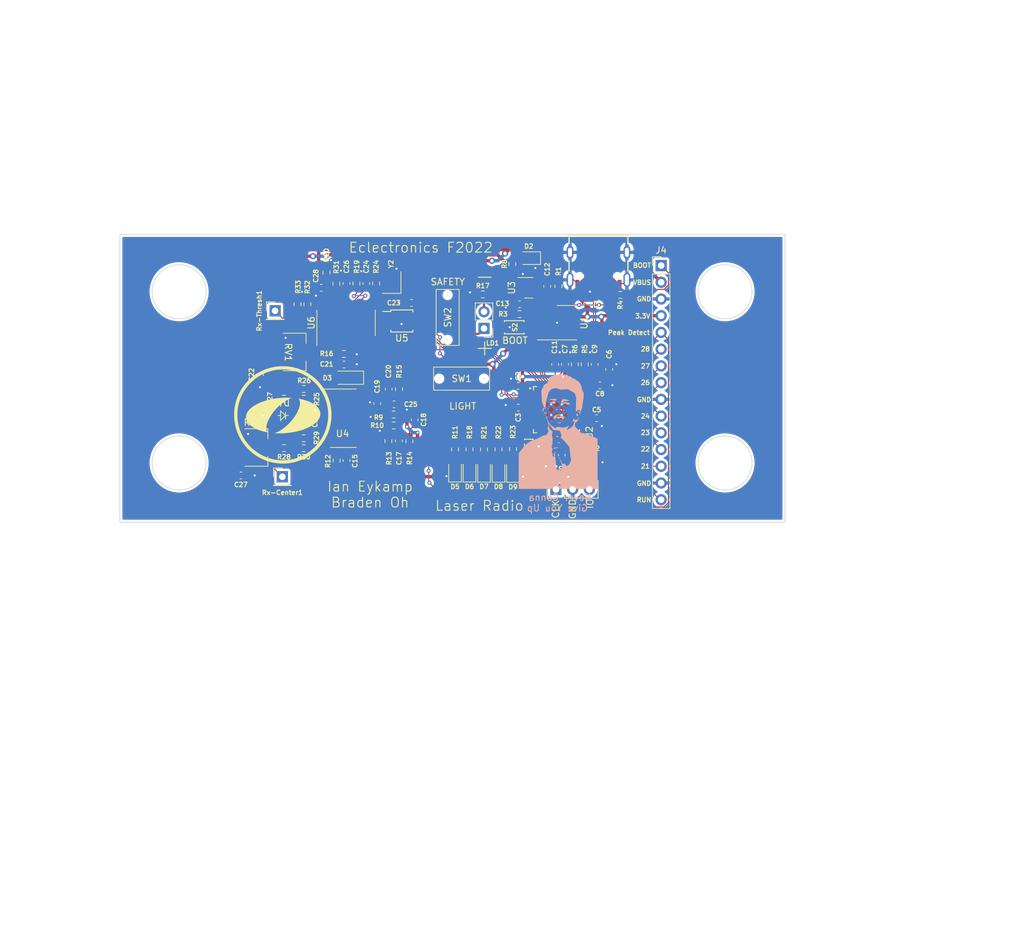
<source format=kicad_pcb>
(kicad_pcb (version 20211014) (generator pcbnew)
  (title_block (title "ENGR3430 Miniproject 3") (date "2022-09-22") (company "Olin College of Engineering"))
  (layers (0 "F.Cu" signal) (31 "B.Cu" signal) (34 "B.Paste" user) (35 "F.Paste" user) (36 "B.SilkS" user "B.Silkscreen") (37 "F.SilkS" user "F.Silkscreen") (38 "B.Mask" user) (39 "F.Mask" user) (44 "Edge.Cuts" user))
  (net 0 "")
  (net 1 "+3V3")
  (net 2 "Net-(D2-Pad2)")
  (net 3 "/GPIO25")
  (net 4 "Net-(J1-PadA6)")
  (net 5 "Net-(R6-Pad2)")
  (net 6 "Net-(J1-PadA7)")
  (net 7 "Net-(R5-Pad2)")
  (net 8 "Net-(J1-PadA5)")
  (net 9 "GND")
  (net 10 "/BOOT")
  (net 11 "/RUN")
  (net 12 "Net-(J1-PadB5)")
  (net 13 "/VBUS")
  (net 14 "Net-(U1-Pad2)")
  (net 15 "Net-(U1-Pad3)")
  (net 16 "Net-(U1-Pad5)")
  (net 17 "Net-(U1-Pad6)")
  (net 18 "Net-(U1-Pad7)")
  (net 21 "/GPIO3")
  (net 22 "/GPIO4")
  (net 23 "/GPIO5")
  (net 24 "/GPIO6")
  (net 25 "/GPIO7")
  (net 26 "/GPIO8")
  (net 27 "/GPIO9")
  (net 28 "/GPIO10")
  (net 29 "/GPIO11")
  (net 30 "/GPIO12")
  (net 31 "/GPIO13")
  (net 32 "/GPIO14")
  (net 33 "/GPIO15")
  (net 34 "Net-(U2-Pad20)")
  (net 35 "Net-(U2-Pad21)")
  (net 36 "Net-(C10-Pad1)")
  (net 37 "/SWCLK")
  (net 38 "/SWDIO")
  (net 39 "/GPIO16")
  (net 40 "/GPIO17")
  (net 41 "/GPIO18")
  (net 42 "/GPIO19")
  (net 43 "/GPIO20")
  (net 44 "/GPIO21")
  (net 45 "/GPIO22")
  (net 46 "/GPIO23")
  (net 47 "/GPIO24")
  (net 48 "/GPIO26")
  (net 49 "/GPIO27")
  (net 50 "/GPIO28")
  (net 51 "/GPIO29")
  (net 52 "Net-(C15-Pad1)")
  (net 53 "Net-(C15-Pad2)")
  (net 54 "/VCENTER")
  (net 55 "Net-(C17-Pad2)")
  (net 56 "Net-(C18-Pad1)")
  (net 57 "Net-(C18-Pad2)")
  (net 58 "Net-(C20-Pad2)")
  (net 59 "Net-(C24-Pad1)")
  (net 60 "Net-(C21-Pad1)")
  (net 61 "Net-(R12-Pad1)")
  (net 62 "Net-(D4-Pad1)")
  (net 63 "Net-(D5-Pad2)")
  (net 64 "Net-(D6-Pad2)")
  (net 65 "Net-(D7-Pad2)")
  (net 66 "Net-(D8-Pad2)")
  (net 67 "Net-(D9-Pad2)")
  (net 68 "Net-(R24-Pad1)")
  (net 69 "Net-(LD1-Pad1)")
  (net 70 "Net-(LD1-Pad2)")
  (net 71 "Net-(R28-Pad1)")
  (net 72 "Net-(R19-Pad2)")
  (net 73 "Net-(R25-Pad2)")
  (net 74 "Net-(R26-Pad2)")
  (net 75 "Net-(R28-Pad2)")
  (net 77 "Net-(SW1-Pad2)")
  (net 79 "/Rx")
  (net 80 "/Tx")
  (net 81 "/Tx_ENABLE")
  (net 82 "Net-(R19-Pad1)")
  (net 83 "Net-(R32-Pad2)")
  (net 84 "Net-(R32-Pad1)")
  (net 85 "Net-(RV1-Pad2)")
  (footprint "Resistor_SMD:R_0603_1608Metric" (layer "F.Cu") (at 103.1125 82.4025)
    (fp_text reference "R17")
    (fp_text value "1K")
  )
  (footprint "Resistor_SMD:R_0603_1608Metric" (layer "F.Cu") (at 74.975 83.9 -90)
    (fp_text reference "R33")
    (fp_text value "10k")
  )
  (footprint "Resistor_SMD:R_0603_1608Metric" (layer "F.Cu") (at 75.92 98.255 180)
    (fp_text reference "R25")
    (fp_text value "3.3k")
  )
  (footprint "Resistor_SMD:R_0603_1608Metric" (layer "F.Cu") (at 75.92 105.755)
    (fp_text reference "R30")
    (fp_text value "3.3k")
  )
  (footprint "Resistor_SMD:R_0603_1608Metric" (layer "F.Cu") (at 105.5 105.95 -90)
    (fp_text reference "R22")
    (fp_text value "1K")
  )
  (footprint "Package_SO:SOIC-14_3.9x8.7mm_P1.27mm" (layer "F.Cu") (at 82.35 86.73 90)
    (fp_text reference "U6")
    (fp_text value "ADA4891")
  )
  (footprint "Capacitor_SMD:C_0603_1608Metric" (layer "F.Cu") (at 108.5 96.3 180)
    (fp_text reference "C2")
    (fp_text value "0.1µF")
  )
  (footprint "Resistor_SMD:R_0603_1608Metric" (layer "F.Cu") (at 83.92 80.755 -90)
    (fp_text reference "R19")
    (fp_text value "4.99k")
  )
  (footprint "Resistor_SMD:R_0603_1608Metric" (layer "F.Cu") (at 82.02 91.455 180)
    (fp_text reference "R16")
    (fp_text value "100k")
  )
  (footprint "Capacitor_SMD:C_0603_1608Metric" (layer "F.Cu") (at 122.3 93.8 90)
    (fp_text reference "C6")
    (fp_text value "0.1µF")
  )
  (footprint "Capacitor_SMD:C_0603_1608Metric" (layer "F.Cu") (at 69.275 94.6 -90)
    (fp_text reference "C22")
    (fp_text value "10pF")
  )
  (footprint "Package_TO_SOT_SMD:SOT-23" (layer "F.Cu") (at 110.1 81.4)
    (fp_text reference "U3")
    (fp_text value "MCP1702T-3302E_CB")
  )
  (footprint "LED_SMD:LED_0805_2012Metric" (layer "F.Cu") (at 110.2 76.9 180)
    (fp_text reference "D2")
    (fp_text value "PWR")
  )
  (footprint "Eclectronics:KXT321LHS" (layer "F.Cu") (at 118.7 107.9 180)
    (fp_text reference "S1")
    (fp_text value "RST")
  )
  (footprint "Resistor_SMD:R_0603_1608Metric" (layer "F.Cu") (at 101.1 105.95 -90)
    (fp_text reference "R18")
    (fp_text value "1K")
  )
  (footprint "Package_SO:MSOP-10_3x3mm_P0.5mm" (layer "F.Cu") (at 90.82 86.445)
    (fp_text reference "U5")
    (fp_text value "RS2255")
  )
  (footprint "Capacitor_SMD:C_0603_1608Metric" (layer "F.Cu") (at 119 83.8 -90)
    (fp_text reference "C1")
    (fp_text value "0.1µF")
  )
  (footprint "Resistor_SMD:R_0603_1608Metric" (layer "F.Cu") (at 75.92 104.255)
    (fp_text reference "R29")
    (fp_text value "3.3k")
  )
  (footprint "LED_SMD:LED_0805_2012Metric" (layer "F.Cu") (at 103.3 109.2375 90)
    (fp_text reference "D7")
    (fp_text value "LED")
  )
  (footprint "Capacitor_SMD:C_0603_1608Metric" (layer "F.Cu") (at 82.42 107.63 90)
    (fp_text reference "C15")
    (fp_text value "10pF")
  )
  (footprint "Eclectronics:Laser Switch" (layer "F.Cu") (at 99.9 95.2)
    (fp_text reference "SW1")
    (fp_text value "SW_SPDT")
  )
  (footprint "Eclectronics:Laser Potentiometer" (layer "F.Cu") (at 73.675 91.2 -90)
    (fp_text reference "RV1")
    (fp_text value "Nominal 10k")
  )
  (footprint "Capacitor_SMD:C_0603_1608Metric" (layer "F.Cu") (at 92.775 101.455 90)
    (fp_text reference "C18")
    (fp_text value "10pF")
  )
  (footprint "Resistor_SMD:R_0603_1608Metric" (layer "F.Cu") (at 88.775 104.68 -90)
    (fp_text reference "R13")
    (fp_text value "1K")
  )
  (footprint "Connector_PinHeader_2.54mm:PinHeader_1x15_P2.54mm_Vertical" (layer "F.Cu") (at 130.2 78.025)
    (fp_text reference "J4")
    (fp_text value "RIGHT")
  )
  (footprint "Resistor_SMD:R_0603_1608Metric" (layer "F.Cu") (at 103.3 105.95 -90)
    (fp_text reference "R21")
    (fp_text value "1K")
  )
  (footprint "Capacitor_SMD:C_0603_1608Metric" (layer "F.Cu") (at 108.7 83.9 180)
    (fp_text reference "C13")
    (fp_text value "10µF")
  )
  (footprint "Resistor_SMD:R_0603_1608Metric" (layer "F.Cu") (at 75.92 96.755)
    (fp_text reference "R26")
    (fp_text value "3.3k")
  )
  (footprint "Connector_PinHeader_2.54mm:PinHeader_1x01_P2.54mm_Vertical" (layer "F.Cu") (at 71.575 84.9)
    (fp_text reference "Rx-Thresh1")
    (fp_text value "Conn_01x01_Female")
  )
  (footprint "Resistor_SMD:R_0603_1608Metric" (layer "F.Cu") (at 118.6 93.025 -90)
    (fp_text reference "R5")
    (fp_text value "30")
  )
  (footprint "Capacitor_SMD:C_0603_1608Metric" (layer "F.Cu") (at 120.9 96.2)
    (fp_text reference "C8")
    (fp_text value "1µF")
  )
  (footprint "Diode_SMD:D_SOD-123" (layer "F.Cu") (at 82.77 95.055 180)
    (fp_text reference "D3")
    (fp_text value "DIODE")
  )
  (footprint "LED_SMD:LED_0805_2012Metric" (layer "F.Cu") (at 107.7 109.25 90)
    (fp_text reference "D9")
    (fp_text value "LED")
  )
  (footprint "Resistor_SMD:R_0603_1608Metric" (layer "F.Cu") (at 76.475 83.9 -90)
    (fp_text reference "R32")
    (fp_text value "4.99k")
  )
  (footprint "Capacitor_SMD:C_0603_1608Metric" (layer "F.Cu") (at 120.1 93.025 90)
    (fp_text reference "C9")
    (fp_text value "1µF")
  )
  (footprint "Resistor_SMD:R_0603_1608Metric" (layer "F.Cu") (at 89.575 100.655 180)
    (fp_text reference "R9")
    (fp_text value "100k")
  )
  (footprint "Capacitor_SMD:C_0603_1608Metric" (layer "F.Cu") (at 85.42 80.755 90)
    (fp_text reference "C24")
    (fp_text value "10pF")
  )
  (footprint "Eclectronics:Laser Switch" (layer "F.Cu") (at 97.775 85.9 90)
    (fp_text reference "SW2")
    (fp_text value "SW_SPDT")
  )
  (footprint "Resistor_SMD:R_0603_1608Metric" (layer "F.Cu") (at 86.92 80.755 -90)
    (fp_text reference "R24")
    (fp_text value "1.1k")
  )
  (footprint "Resistor_SMD:R_0603_1608Metric" (layer "F.Cu") (at 80.875 80.8 90)
    (fp_text reference "R31")
    (fp_text value "20k")
  )
  (footprint "Crystal:Crystal_SMD_2520-4Pin_2.5x2.0mm" (layer "F.Cu") (at 89.275 80.6 90)
    (fp_text reference "Y2")
    (fp_text value "ASE-xxxMHz")
  )
  (footprint "Resistor_SMD:R_0603_1608Metric" (layer "F.Cu") (at 90.4 96.8 90)
    (fp_text reference "R15")
    (fp_text value "10k")
  )
  (footprint "Capacitor_SMD:C_0603_1608Metric" (layer "F.Cu") (at 108.5 99.6 180)
    (fp_text reference "C3")
    (fp_text value "0.1µF")
  )
  (footprint "Resistor_SMD:R_0603_1608Metric" (layer "F.Cu") (at 98.9 105.95 -90)
    (fp_text reference "R11")
    (fp_text value "1K")
  )
  (footprint "Resistor_SMD:R_0603_1608Metric" (layer "F.Cu") (at 107.7 105.9 -90)
    (fp_text reference "R23")
    (fp_text value "1K")
  )
  (footprint "Capacitor_SMD:C_0603_1608Metric" (layer "F.Cu") (at 89.63 99.1)
    (fp_text reference "C25")
    (fp_text value "10µF")
  )
  (footprint "Resistor_SMD:R_0603_1608Metric" (layer "F.Cu") (at 123.98 82.485)
    (fp_text reference "R4")
    (fp_text value "5.1K")
  )
  (footprint "Resistor_SMD:R_0603_1608Metric" (layer "F.Cu") (at 108.7 85.4)
    (fp_text reference "R3")
    (fp_text value "5.1K")
  )
  (footprint "Capacitor_SMD:C_0603_1608Metric" (layer "F.Cu") (at 112.9 81.175 90)
    (fp_text reference "C12")
    (fp_text value "10µF")
  )
  (footprint "Capacitor_SMD:C_0603_1608Metric" (layer "F.Cu") (at 114.1 93.025 90)
    (fp_text reference "C11")
    (fp_text value "0.1µF")
  )
  (footprint "Connector_PinHeader_2.54mm:PinHeader_1x03_P2.54mm_Vertical" (layer "F.Cu") (at 114.22 112.0288 90)
    (fp_text reference "J3" hide)
    (fp_text value "DEBUG")
  )
  (footprint "Eclectronics:Laser_photodiode_2_pad" (layer "F.Cu") (at 72.8 100.8 180)
    (fp_text reference "D4")
    (fp_text value "D_Photo")
  )
  (footprint "Resistor_SMD:R_0603_1608Metric" (layer "F.Cu") (at 72.92 105.755)
    (fp_text reference "R28")
    (fp_text value "3.3k")
  )
  (footprint "Connector_PinHeader_2.54mm:PinHeader_1x02_P2.54mm_Vertical" (layer "F.Cu") (at 103.3 87.575 180)
    (fp_text reference "LD1")
    (fp_text value "D_Laser_1A3C")
  )
  (footprint "Capacitor_SMD:C_0603_1608Metric" (layer "F.Cu") (at 92.3 83.7 180)
    (fp_text reference "C23")
    (fp_text value "10µF")
  )
  (footprint "LED_SMD:LED_0805_2012Metric" (layer "F.Cu") (at 105.5 109.2375 90)
    (fp_text reference "D8")
    (fp_text value "LED")
  )
  (footprint "Eclectronics:OlinLogoLg" (layer "F.Cu") (at 72.8 100.8)
    (fp_text reference "OlinLogoLg" hide)
    (fp_text value "G***" hide)
  )
  (footprint "Eclectronics:KXT321LHS" (layer "F.Cu") (at 107.9 87.4)
    (fp_text reference "S2")
    (fp_text value "BOOT")
  )
  (footprint "Package_SON:WSON-8-1EP_6x5mm_P1.27mm_EP3.4x4.3mm" (layer "F.Cu") (at 114.4 86.7)
    (fp_text reference "U1")
    (fp_text value "W25Q128JV")
  )
  (footprint "Capacitor_SMD:C_0603_1608Metric" (layer "F.Cu") (at 88.83 96.8 90)
    (fp_text reference "C20")
    (fp_text value "1pF")
  )
  (footprint "Capacitor_SMD:C_0603_1608Metric" (layer "F.Cu") (at 120.4 101.2)
    (fp_text reference "C5")
    (fp_text value "0.1µF")
  )
  (footprint "Eclectronics:RP2040" (layer "F.Cu") (at 114.3 99.914)
    (fp_text reference "U2")
    (fp_text value "RP2040")
  )
  (footprint "Eclectronics:CSTNE" (layer "F.Cu") (at 110.1 106 90)
    (fp_text reference "Y1")
    (fp_text value "12MHz")
  )
  (footprint "Resistor_SMD:R_0603_1608Metric" (layer "F.Cu") (at 91.975 104.7 90)
    (fp_text reference "R14")
    (fp_text value "3.3k")
  )
  (footprint "Resistor_SMD:R_0603_1608Metric" (layer "F.Cu") (at 107.6 77.8 90)
    (fp_text reference "R8")
    (fp_text value "1K")
  )
  (footprint "Resistor_SMD:R_0603_1608Metric" (layer "F.Cu") (at 89.6 102.305 180)
    (fp_text reference "R10")
    (fp_text value "316k")
  )
  (footprint "Eclectronics:USB4105-GF-A" (layer "F.Cu") (at 120.68 76.02 180)
    (fp_text reference "J1" hide)
    (fp_text value "USB4105-GF-A")
  )
  (footprint "Resistor_SMD:R_0603_1608Metric" (layer "F.Cu") (at 72.92 98.255 180)
    (fp_text reference "R27")
    (fp_text value "3.3k")
  )
  (footprint "Capacitor_SMD:C_0603_1608Metric" (layer "F.Cu") (at 115.1 106.8 -90)
    (fp_text reference "C10")
    (fp_text value "0.1µF")
  )
  (footprint "Resistor_SMD:R_0603_1608Metric" (layer "F.Cu") (at 114.6 81.175 90)
    (fp_text reference "R1")
    (fp_text value "5.1K")
  )
  (footprint "Capacitor_SMD:C_0603_1608Metric" (layer "F.Cu") (at 82.42 80.755 90)
    (fp_text reference "C26")
    (fp_text value "10µF")
  )
  (footprint "Capacitor_SMD:C_0603_1608Metric" (layer "F.Cu") (at 76.375 101 90)
    (fp_text reference "C14")
    (fp_text value "10µF")
  )
  (footprint "Capacitor_SMD:C_0603_1608Metric" (layer "F.Cu") (at 113.5 106.8 -90)
    (fp_text reference "C4")
    (fp_text value "0.1µF")
  )
  (footprint "Capacitor_SMD:C_0603_1608Metric" (layer "F.Cu") (at 66.375 109.9)
    (fp_text reference "C27")
    (fp_text value "10pF")
  )
  (footprint "LED_SMD:LED_0805_2012Metric" (layer "F.Cu") (at 101.1 109.2 90)
    (fp_text reference "D6")
    (fp_text value "LED")
  )
  (footprint "Resistor_SMD:R_0603_1608Metric" (layer "F.Cu") (at 80.92 107.63 -90)
    (fp_text reference "R12")
    (fp_text value "3.3k")
  )
  (footprint "Package_SO:SOIC-14_3.9x8.7mm_P1.27mm" (layer "F.Cu") (at 81.945 101.215)
    (fp_text reference "U4")
    (fp_text value "ADA4891")
  )
  (footprint "Capacitor_SMD:C_0603_1608Metric" (layer "F.Cu") (at 115.5962 93.0182 90)
    (fp_text reference "C7")
    (fp_text value "0.1µF")
  )
  (footprint "LED_SMD:LED_0805_2012Metric" (layer "F.Cu") (at 98.9 109.2 90)
    (fp_text reference "D5")
    (fp_text value "LED")
  )
  (footprint "Capacitor_SMD:C_0603_1608Metric" (layer "F.Cu") (at 87.075 99 90)
    (fp_text reference "C19")
    (fp_text value "10µF")
  )
  (footprint "Eclectronics:Laser Potentiometer" (layer "F.Cu") (at 67.875 105.7 -90)
    (fp_text reference "RV2")
    (fp_text value "Nominal 10k")
  )
  (footprint "Resistor_SMD:R_0603_1608Metric" (layer "F.Cu") (at 117.1 93.025 -90)
    (fp_text reference "R6")
    (fp_text value "30")
  )
  (footprint "Capacitor_SMD:C_0603_1608Metric" (layer "F.Cu") (at 78.575 81.4 180)
    (fp_text reference "C28")
    (fp_text value "10pF")
  )
  (footprint "Resistor_SMD:R_0603_1608Metric" (layer "F.Cu") (at 79.375 79.1 90)
    (fp_text reference "R20")
    (fp_text value "20k")
  )
  (footprint "Resistor_SMD:R_0603_1608Metric" (layer "F.Cu") (at 117.9 105.8)
    (fp_text reference "R2")
    (fp_text value "5.1K")
  )
  (footprint "Capacitor_SMD:C_0603_1608Metric" (layer "F.Cu") (at 82.045 93.055)
    (fp_text reference "C21")
    (fp_text value "10pF")
  )
  (footprint "Connector_PinHeader_2.54mm:PinHeader_1x01_P2.54mm_Vertical" (layer "F.Cu") (at 72.675 110.1)
    (fp_text reference "Rx-Center1")
    (fp_text value "Conn_01x01_Female")
  )
  (footprint "Capacitor_SMD:C_0603_1608Metric" (layer "F.Cu") (at 90.375 104.655 -90)
    (fp_text reference "C17")
    (fp_text value "10pF")
  )
  (footprint "Eclectronics:RickAstley2" (layer "B.Cu") (at 114.5794 103.2256 180)
    (fp_text reference "G***")
    (fp_text value "LOGO" hide)
  )
  (gr_line (start 103.4 89.6) (end 103.4 91.6) (layer "F.SilkS") (width 0.15))
  (gr_circle (center 72.744375 100.7) (end 79.88875 100.7) (layer "F.SilkS") (width 0.5) (fill none))
  (gr_line (start 102.4 90.6) (end 104.4 90.6) (layer "F.SilkS") (width 0.15))
  (gr_line (start 102.4 79.8) (end 104.4 79.8) (layer "F.SilkS") (width 0.15))
  (gr_circle (center 139.9 108) (end 144 108) (layer "Edge.Cuts") (width 0.1) (fill none))
  (gr_rect (start 149 73.3) (end 48 117) (layer "Edge.Cuts") (width 0.1) (fill none))
  (gr_circle (center 57 108) (end 61.1 108) (layer "Edge.Cuts") (width 0.1) (fill none))
  (gr_circle (center 57 82) (end 61.1 82) (layer "Edge.Cuts") (width 0.1) (fill none))
  (gr_circle (center 139.9 82) (end 144 82) (layer "Edge.Cuts") (width 0.1) (fill none))
  (gr_text "Never Gonna \nGive You Up" (at 114.4524 114.046) (layer "B.SilkS") (effects (font (size 1 1)) (justify mirror)))
  (gr_text "3.3V" (at 127.4 85.7) (layer "F.SilkS") (effects (font (size 0.7 0.7))))
  (gr_text "Laser Radio" (at 102.6 114.5) (layer "F.SilkS") (effects (font (size 1.5 1.5))))
  (gr_text "Peak Detect" (at 125.3 88.2) (layer "F.SilkS") (effects (font (size 0.7 0.7))))
  (gr_text "SAFETY" (at 97.8 80.5) (layer "F.SilkS") (effects (font (size 1 1))))
  (gr_text "GND" (at 127.6 83.1) (layer "F.SilkS") (effects (font (size 0.7 0.7))))
  (gr_text "BOOT" (at 108 89.4) (layer "F.SilkS") (effects (font (size 1 1))))
  (gr_text "21" (at 127.8 108.5) (layer "F.SilkS") (effects (font (size 0.7 0.7))))
  (gr_text "Eclectronics F2022" (at 93.7 75.3) (layer "F.SilkS") (effects (font (size 1.5 1.5))))
  (gr_text "IO" (at 119.385 114.2 90) (layer "F.SilkS") (effects (font (size 1 1))))
  (gr_text "27" (at 127.8 93.3) (layer "F.SilkS") (effects (font (size 0.7 0.7))))
  (gr_text "RUN" (at 127.6 113.6) (layer "F.SilkS") (effects (font (size 0.7 0.7))))
  (gr_text "CLK" (at 114.185 115 90) (layer "F.SilkS") (effects (font (size 1 1))))
  (gr_text "RUN" (at 118.8 109.8) (layer "F.SilkS") (effects (font (size 1 1))))
  (gr_text "VBUS" (at 127.3 80.6) (layer "F.SilkS") (effects (font (size 0.7 0.7))))
  (gr_text "24" (at 127.8 100.9) (layer "F.SilkS") (effects (font (size 0.7 0.7))))
  (gr_text "26" (at 127.8 95.8) (layer "F.SilkS") (effects (font (size 0.7 0.7))))
  (gr_text "22" (at 127.8 105.9) (layer "F.SilkS") (effects (font (size 0.7 0.7))))
  (gr_text "Ian Eykamp\nBraden Oh" (at 86 112.8) (layer "F.SilkS") (effects (font (size 1.5 1.5))))
  (gr_text "28" (at 127.8 90.7) (layer "F.SilkS") (effects (font (size 0.7 0.7))))
  (gr_text "LIGHT" (at 100.07 99.38) (layer "F.SilkS") (effects (font (size 1 1))))
  (gr_text "GND" (at 127.6 111.1) (layer "F.SilkS") (effects (font (size 0.7 0.7))))
  (gr_text "BOOT" (at 127.3 78) (layer "F.SilkS") (effects (font (size 0.7 0.7))))
  (gr_text "23" (at 127.8 103.4) (layer "F.SilkS") (effects (font (size 0.7 0.7))))
  (gr_text "GND" (at 127.6 98.4) (layer "F.SilkS") (effects (font (size 0.7 0.7))))
  (gr_text "GND" (at 116.745 115 90) (layer "F.SilkS") (effects (font (size 1 1))))
  (segment (start 122.3 94.575) (end 121.75 94.575) (width 0.508) (layer "F.Cu") (net 1))
  (segment (start 119.339 100.914) (end 119.625 101.2) (width 0.1524) (layer "F.Cu") (net 1))
  (segment (start 110.289 97.314) (end 109.275 96.3) (width 0.1524) (layer "F.Cu") (net 1))
  (segment (start 107.6 78.625) (end 105.375 76.4) (width 0.508) (layer "F.Cu") (net 1))
  (segment (start 115.5962 93.7932) (end 115.5962 94.6038) (width 0.508) (layer "F.Cu") (net 1))
  (segment (start 105.3 88.1) (end 107.2 90) (width 0.508) (layer "F.Cu") (net 1))
  (segment (start 109.475 83.9) (end 109.475 85.35) (width 0.1524) (layer "F.Cu") (net 1))
  (segment (start 122.2 107.7) (end 120.3 105.8) (width 0.508) (layer "F.Cu") (net 1))
  (segment (start 116.5 96.4765) (end 116.9 96.4765) (width 0.1524) (layer "F.Cu") (net 1))
  (segment (start 117.7375 97.314) (end 117.313071 97.314) (width 0.1524) (layer "F.Cu") (net 1))
  (segment (start 107.2 90) (end 109.144 91.944) (width 0.508) (layer "F.Cu") (net 1))
  (segment (start 72.5 76.6) (end 67.2 81.9) (width 0.508) (layer "F.Cu") (net 1))
  (segment (start 109.1125 82.4) (end 106.9 82.4) (width 0.508) (layer "F.Cu") (net 1))
  (segment (start 91.6 102.5) (end 91.6 101.855) (width 0.508) (layer "F.Cu") (net 1))
  (segment (start 120.4 113.9) (end 122.2 112.1) (width 0.508) (layer "F.Cu") (net 1))
  (segment (start 68.1 112.4) (end 65.6 109.9) (width 0.508) (layer "F.Cu") (net 1))
  (segment (start 96.7904 100.1096) (end 97.4 99.5) (width 0.508) (layer "F.Cu") (net 1))
  (segment (start 107.6 80.7875) (end 107.6 78.625) (width 0.508) (layer "F.Cu") (net 1))
  (segment (start 112.4 113.9) (end 120.4 113.9) (width 0.508) (layer "F.Cu") (net 1))
  (segment (start 110.438071 100.914) (end 110.8625 100.914) (width 0.1524) (layer "F.Cu") (net 1))
  (segment (start 116.9 96.4765) (end 117.7375 97.314) (width 0.1524) (layer "F.Cu") (net 1))
  (segment (start 112.35 83.1) (end 117.765987 83.1) (width 0.381) (layer "F.Cu") (net 1))
  (segment (start 119 85.8) (end 118.105 85.8) (width 0.508) (layer "F.Cu") (net 1))
  (segment (start 117.0714 100.7714) (end 117.214 100.914) (width 0.1524) (layer "F.Cu") (net 1))
  (segment (start 104.6 93) (end 104.79213 93.19213) (width 0.508) (layer "F.Cu") (net 1))
  (segment (start 113.5 105.3) (end 114.5 104.3) (width 0.1524) (layer "F.Cu") (net 1))
  (segment (start 91.6 101.855) (end 90.4 100.655) (width 0.508) (layer "F.Cu") (net 1))
  (segment (start 102.891057 93) (end 98.491057 97.4) (width 0.508) (layer "F.Cu") (net 1))
  (segment (start 109.4798 110.9798) (end 112.4 113.9) (width 0.508) (layer "F.Cu") (net 1))
  (segment (start 97.4 99.5) (end 97.4 97.4) (width 0.508) (layer "F.Cu") (net 1))
  (segment (start 121.255 85.645) (end 130.2 85.645) (width 0.508) (layer "F.Cu") (net 1))
  (segment (start 97.737895 111.3) (end 96.7904 110.352505) (width 0.508) (layer "F.Cu") (net 1))
  (segment (start 93.2096 110.0904) (end 76.9096 110.0904) (width 0.508) (layer "F.Cu") (net 1))
  (segment (start 104.79213 98.89213) (end 106.7 100.8) (width 0.508) (layer "F.Cu") (net 1))
  (segment (start 121.2 85.9) (end 121.2 95.125) (width 0.508) (layer "F.Cu") (net 1))
  (segment (start 107.2 90.4) (end 107.2 90) (width 0.508) (layer "F.Cu") (net 1))
  (segment (start 114.5 94.8894) (end 115.5962 93.7932) (width 0.1524) (layer "F.Cu") (net 1))
  (segment (start 109.1625 82.35) (end 111.6 82.35) (width 0.381) (layer "F.Cu") (net 1))
  (segment (start 121.75 94.575) (end 121.1 95.225) (width 0.508) (layer "F.Cu") (net 1))
  (segment (start 109.144 96.169) (end 109.275 96.3) (width 0.508) (layer "F.Cu") (net 1))
  (segment (start 117.313071 97.314) (end 117.0714 97.555671) (width 0.1524) (layer "F.Cu") (net 1))
  (segment (start 88.945 99.2) (end 90.4 100.655) (width 0.508) (layer "F.Cu") (net 1))
  (segment (start 96.7904 110.0904) (end 96.7904 102.4904) (width 0.508) (layer "F.Cu") (net 1))
  (segment (start 96.7904 110.352505) (end 96.7904 110.0904) (width 0.508) (layer "F.Cu") (net 1))
  (segment (start 109.1625 82.35) (end 107.6 80.7875) (width 0.508) (layer "F.Cu") (net 1))
  (segment (start 65.625 109.875) (end 65.6 109.9) (width 0.1524) (layer "F.Cu") (net 1))
  (segment (start 109.3202 110.9798) (end 109.4798 110.9798) (width 0.508) (layer "F.Cu") (net 1))
  (segment (start 67.2 91.75) (end 69.275 93.825) (width 0.508) (layer "F.Cu") (net 1))
  (segment (start 120.125 96.2) (end 118.8515 96.2) (width 0.1524) (layer "F.Cu") (net 1))
  (segment (start 111.6 82.35) (end 112.35 83.1) (width 0.381) (layer "F.Cu") (net 1))
  (segment (start 69.75 93.35) (end 71.425 93.35) (width 0.508) (layer "F.Cu") (net 1))
  (segment (start 109.15 94.762) (end 109.144 94.756) (width 0.508) (layer "F.Cu") (net 1))
  (segment (start 91.6 76.4) (end 91.5909 76.4091) (width 0.508) (layer "F.Cu") (net 1))
  (segment (start 104.79213 93.19213) (end 104.79213 98.89213) (width 0.508) (layer "F.Cu") (net 1))
  (segment (start 88.855 99.2) (end 88.945 99.2) (width 0.1524) (layer "F.Cu") (net 1))
  (segment (start 121.1 85.8) (end 121.2 85.9) (width 0.508) (layer "F.Cu") (net 1))
  (segment (start 118.105 85.8) (end 117.1 84.795) (width 0.508) (layer "F.Cu") (net 1))
  (segment (start 113.5 106.025) (end 113.5 105.3) (width 0.1524) (layer "F.Cu") (net 1))
  (segment (start 109.3202 110.9798) (end 109 111.3) (width 0.508) (layer "F.Cu") (net 1))
  (segment (start 109 111.3) (end 97.737895 111.3) (width 0.508) (layer "F.Cu") (net 1))
  (segment (start 69.275 93.825) (end 69.75 93.35) (width 0.508) (layer "F.Cu") (net 1))
  (segment (start 90.925 81.475) (end 89.975 81.475) (width 0.508) (layer "F.Cu") (net 1))
  (segment (start 117.765987 83.1) (end 119 84.334013) (width 0.381) (layer "F.Cu") (net 1))
  (segment (start 108.075 100.8) (end 109.275 99.6) (width 0.508) (layer "F.Cu") (net 1))
  (segment (start 91.5909 76.4091) (end 91.5909 80.8091) (width 0.508) (layer "F.Cu") (net 1))
  (segment (start 106.2 91.4) (end 107.2 90.4) (width 0.508) (layer "F.Cu") (net 1))
  (segment (start 115.5962 94.6038) (end 115.3 94.9) (width 0.508) (layer "F.Cu") (net 1))
  (segment (start 109.3202 110.9798) (end 111.7 108.6) (width 0.508) (layer "F.Cu") (net 1))
  (segment (start 117.0714 97.555671) (end 117.0714 100.7714) (width 0.1524) (layer "F.Cu") (net 1))
  (segment (start 93.2 110.0808) (end 93.2096 110.0904) (width 0.3048) (layer "F.Cu") (net 1))
  (segment (start 79.5 76.4) (end 91.6 76.4) (width 0.508) (layer "F.Cu") (net 1))
  (segment (start 121.1 85.8) (end 121.255 85.645) (width 0.508) (layer "F.Cu") (net 1))
  (segment (start 114.5 96.4765) (end 114.9 96.4765) (width 0.1524) (layer "F.Cu") (net 1))
  (segment (start 76.9096 110.0904) (end 74.6 112.4) (width 0.508) (layer "F.Cu") (net 1))
  (segment (start 109.15 94.9) (end 109.15 94.762) (width 0.508) (layer "F.Cu") (net 1))
  (segment (start 65.625 107.85) (end 65.625 109.875) (width 0.508) (layer "F.Cu") (net 1))
  (segment (start 109.1625 83.5875) (end 109.475 83.9) (width 0.3048) (layer "F.Cu") (net 1))
  (segment (start 96.7904 102.4904) (end 96.7904 100.1096) (width 0.508) (layer "F.Cu") (net 1))
  (segment (start 98.491057 97.4) (end 97.4 97.4) (width 0.508) (layer "F.Cu") (net 1))
  (segment (start 109.275 99.6) (end 109.275 99.750929) (width 0.1524) (layer "F.Cu") (net 1))
  (segment (start 77.3242 76.6) (end 72.5 76.6) (width 0.508) (layer "F.Cu") (net 1))
  (segment (start 110.8625 97.314) (end 110.289 97.314) (width 0.1524) (layer "F.Cu") (net 1))
  (segment (start 109.275 99.750929) (end 110.438071 100.914) (width 0.1524) (layer "F.Cu") (net 1))
  (segment (start 89.975 81.475) (end 88.575 81.475) (width 0.508) (layer "F.Cu") (net 1))
  (segment (start 114.5 96.4765) (end 114.5 94.8894) (width 0.1524) (layer "F.Cu") (net 1))
  (segment (start 122.2 112.1) (end 122.2 107.7) (width 0.508) (layer "F.Cu") (net 1))
  (segment (start 120.3 105.8) (end 118.725 105.8) (width 0.508) (layer "F.Cu") (net 1))
  (segment (start 119 84.334013) (end 119 84.575) (width 0.381) (layer "F.Cu") (net 1))
  (segment (start 118.8515 96.2) (end 117.7375 97.314) (width 0.1524) (layer "F.Cu") (net 1))
  (segment (start 119 85.8) (end 119 84.575) (width 0.508) (layer "F.Cu") (net 1))
  (segment (start 74.6 112.4) (end 68.1 112.4) (width 0.508) (layer "F.Cu") (net 1))
  (segment (start 105.375 76.4) (end 91.5909 76.4) (width 0.508) (layer "F.Cu") (net 1))
  (segment (start 93.2 103.4) (end 93.2 110.0808) (width 0.508) (layer "F.Cu") (net 1))
  (segment (start 105.3 84) (end 105.3 88.1) (width 0.508) (layer "F.Cu") (net 1))
  (segment (start 109.144 94.756) (end 109.144 96.169) (width 0.508) (layer "F.Cu") (net 1))
  (segment (start 117.214 100.914) (end 117.7375 100.914) (width 0.1524) (layer "F.Cu") (net 1))
  (segment (start 117.7375 100.914) (end 119.339 100.914) (width 0.1524) (layer "F.Cu") (net 1))
  (segment (start 121.2 95.125) (end 121.1 95.225) (width 0.508) (layer "F.Cu") (net 1))
  (segment (start 67.2 81.9) (end 67.2 91.75) (width 0.508) (layer "F.Cu") (net 1))
  (segment (start 91.5909 80.8091) (end 90.925 81.475) (width 0.508) (layer "F.Cu") (net 1))
  (segment (start 114.5 104.3) (end 114.5 103.3515) (width 0.1524) (layer "F.Cu") (net 1))
  (segment (start 111.7 108.6) (end 111.7 107.825) (width 0.508) (layer "F.Cu") (net 1))
  (segment (start 106.7 100.8) (end 108.075 100.8) (width 0.508) (layer "F.Cu") (net 1))
  (segment (start 106.9 82.4) (end 105.3 84) (width 0.508) (layer "F.Cu") (net 1))
  (segment (start 109.1625 82.35) (end 109.1625 83.5875) (width 0.3048) (layer "F.Cu") (net 1))
  (segment (start 111.7 107.825) (end 113.5 106.025) (width 0.508) (layer "F.Cu") (net 1))
  (segment (start 109.1625 82.35) (end 109.1125 82.4) (width 0.508) (layer "F.Cu") (net 1))
  (segment (start 109.144 91.944) (end 109.144 94.756) (width 0.508) (layer "F.Cu") (net 1))
  (segment (start 109.475 85.35) (end 109.525 85.4) (width 0.1524) (layer "F.Cu") (net 1))
  (segment (start 104.6 93) (end 102.891057 93) (width 0.508) (layer "F.Cu") (net 1))
  (segment (start 96.7904 110.0904) (end 93.2096 110.0904) (width 0.508) (layer "F.Cu") (net 1))
  (segment (start 79.3 76.6) (end 79.5 76.4) (width 0.508) (layer "F.Cu") (net 1))
  (segment (start 121.1 95.225) (end 120.125 96.2) (width 0.508) (layer "F.Cu") (net 1))
  (via (at 79.3 76.6) (size 0.9398) (drill 0.508) (layers "F.Cu" "B.Cu") (net 1))
  (via (at 106.2 91.4) (size 0.9398) (drill 0.508) (layers "F.Cu" "B.Cu") (net 1))
  (via (at 115.3 94.9) (size 0.6096) (drill 0.3048) (layers "F.Cu" "B.Cu") (net 1))
  (via (at 121.1 85.8) (size 0.9398) (drill 0.508) (layers "F.Cu" "B.Cu") (net 1))
  (via (at 104.6 93) (size 0.9398) (drill 0.508) (layers "F.Cu" "B.Cu") (net 1))
  (via (at 119 85.8) (size 0.9398) (drill 0.508) (layers "F.Cu" "B.Cu") (net 1))
  (via (at 93.2 103.4) (size 0.6096) (drill 0.3048) (layers "F.Cu" "B.Cu") (net 1))
  (via (at 91.6 102.5) (size 0.6096) (drill 0.3048) (layers "F.Cu" "B.Cu") (net 1))
  (via (at 109.15 94.9) (size 0.9398) (drill 0.508) (layers "F.Cu" "B.Cu") (net 1))
  (via (at 77.3242 76.6) (size 0.9398) (drill 0.508) (layers "F.Cu" "B.Cu") (net 1))
  (segment (start 93.2 103.4) (end 92.5 103.4) (width 0.508) (layer "B.Cu") (net 1))
  (segment (start 92.5 103.4) (end 91.6 102.5) (width 0.508) (layer "B.Cu") (net 1))
  (segment (start 106.2 91.4) (end 104.6 93) (width 0.508) (layer "B.Cu") (net 1))
  (segment (start 119 85.8) (end 121.1 85.8) (width 0.508) (layer "B.Cu") (net 1))
  (segment (start 77.3242 76.6) (end 79.3 76.6) (width 0.508) (layer "B.Cu") (net 1))
  (segment (start 109.15 94.9) (end 115.3 94.9) (width 0.508) (layer "B.Cu") (net 1))
  (segment (start 109.1875 76.975) (end 109.2625 76.9) (width 0.1524) (layer "F.Cu") (net 2))
  (segment (start 107.6 76.975) (end 109.1875 76.975) (width 0.1524) (layer "F.Cu") (net 2))
  (segment (start 119.93 80.775) (end 119.93 87.51217) (width 0.1524) (layer "F.Cu") (net 4))
  (segment (start 117.1 90.34217) (end 117.1 92.2) (width 0.1524) (layer "F.Cu") (net 4))
  (segment (start 119.93 81.4828) (end 120.0514 81.6042) (width 0.1524) (layer "F.Cu") (net 4))
  (segment (start 119.93 87.51217) (end 117.1 90.34217) (width 0.1524) (layer "F.Cu") (net 4))
  (segment (start 120.8086 81.6042) (end 120.93 81.4828) (width 0.1524) (layer "F.Cu") (net 4))
  (segment (start 120.0514 81.6042) (end 120.8086 81.6042) (width 0.1524) (layer "F.Cu") (net 4))
  (segment (start 120.93 80.8006) (end 120.93 81.4706) (width 0.1524) (layer "F.Cu") (net 4))
  (segment (start 120.93 81.4828) (end 120.93 80.8006) (width 0.1524) (layer "F.Cu") (net 4))
  (segment (start 119.93 80.8006) (end 119.93 81.4828) (width 0.1524) (layer "F.Cu") (net 4))
  (segment (start 117.1 93.854342) (end 117.1 93.85) (width 0.1524) (layer "F.Cu") (net 5))
  (segment (start 115.3 96.4765) (end 115.3 95.654342) (width 0.1524) (layer "F.Cu") (net 5))
  (segment (start 115.3 95.654342) (end 117.1 93.854342) (width 0.1524) (layer "F.Cu") (net 5))
  (segment (start 120.5062 79.9714) (end 120.43 80.0476) (width 0.1524) (layer "F.Cu") (net 6))
  (segment (start 121.43 80.0476) (end 121.3538 79.9714) (width 0.1524) (layer "F.Cu") (net 6))
  (segment (start 120.2348 87.638422) (end 118.6 89.273222) (width 0.1524) (layer "F.Cu") (net 6))
  (segment (start 121.43 80.775) (end 121.43 80.0476) (width 0.1524) (layer "F.Cu") (net 6))
  (segment (start 120.43 80.0476) (end 120.43 80.775) (width 0.1524) (layer "F.Cu") (net 6))
  (segment (start 121.3538 79.9714) (end 120.5062 79.9714) (width 0.1524) (layer "F.Cu") (net 6))
  (segment (start 120.2348 82.6976) (end 120.2348 87.638422) (width 0.1524) (layer "F.Cu") (net 6))
  (segment (start 118.6 89.273222) (end 118.6 92.2) (width 0.1524) (layer "F.Cu") (net 6))
  (segment (start 121.43 80.775) (end 121.43 81.5024) (width 0.1524) (layer "F.Cu") (net 6))
  (segment (start 121.43 81.5024) (end 120.2348 82.6976) (width 0.1524) (layer "F.Cu") (net 6))
  (segment (start 115.7 95.685394) (end 116.385394 95) (width 0.1524) (layer "F.Cu") (net 7))
  (segment (start 116.385394 95) (end 117.45 95) (width 0.1524) (layer "F.Cu") (net 7))
  (segment (start 117.45 95) (end 118.6 93.85) (width 0.1524) (layer "F.Cu") (net 7))
  (segment (start 115.7 96.4765) (end 115.7 95.685394) (width 0.1524) (layer "F.Cu") (net 7))
  (segment (start 121.93 81.63) (end 122.785 82.485) (width 0.1524) (layer "F.Cu") (net 8))
  (segment (start 121.93 80.775) (end 121.93 81.63) (width 0.1524) (layer "F.Cu") (net 8))
  (segment (start 122.785 82.485) (end 123.155 82.485) (width 0.1524) (layer "F.Cu") (net 8))
  (segment (start 73.125 89.05) (end 73.175 89) (width 0.1524) (layer "F.Cu") (net 9))
  (segment (start 101.1 110.1375) (end 103.2625 110.1375) (width 0.1524) (layer "F.Cu") (net 9))
  (segment (start 110.1 106) (end 111.1 106) (width 0.1524) (layer "F.Cu") (net 9))
  (segment (start 120.1 92.25) (end 120.1 91.9) (width 0.1524) (layer "F.Cu") (net 9))
  (segment (start 87.075 98.225) (end 86.55 98.225) (width 0.1524) (layer "F.Cu") (net 9))
  (segment (start 107.6875 110.175) (end 107.7 110.1875) (width 0.1524) (layer "F.Cu") (net 9))
  (segment (start 74.975 83.075) (end 74.975 82.7) (width 0.1524) (layer "F.Cu") (net 9))
  (segment (start 120.325 107.9) (end 121.3 107.9) (width 0.1524) (layer "F.Cu") (net 9))
  (segment (start 71.425 89.05) (end 73.125 89.05) (width 0.1524) (layer "F.Cu") (net 9))
  (segment (start 97.7375 110.1375) (end 98.9 110.1375) (width 0.1524) (layer "F.Cu") (net 9))
  (segment (start 116.76 112.0288) (end 116.76 110.76) (width 0.1524) (layer "F.Cu") (net 9))
  (segment (start 120.1 91.9) (end 119.4 91.2) (width 0.1524) (layer "F.Cu") (net 9))
  (segment (start 109.107418 110.1875) (end 107.7 110.1875) (width 0.1524) (layer "F.Cu") (net 9))
  (segment (start 88.62 86.945) (end 90.73 86.945) (width 0.1524) (layer "F.Cu") (net 9))
  (segment (start 103.3 110.175) (end 105.5 110.175) (width 0.1524) (layer "F.Cu") (net 9))
  (segment (start 113 81.95) (end 114.6 80.35) (width 0.1524) (layer "F.Cu") (net 9))
  (segment (start 115.5962 92.2432) (end 115.5962 92.0038) (width 0.1524) (layer "F.Cu") (net 9))
  (segment (start 79.375 77.9) (end 80.075 77.2) (width 0.1524) (layer "F.Cu") (net 9))
  (segment (start 115.1 107.7) (end 114.3 108.5) (width 0.1524) (layer "F.Cu") (net 9))
  (segment (start 106.275 87.4) (end 107.2 87.4) (width 0.1524) (layer "F.Cu") (net 9))
  (segment (start 83.93 91.455) (end 83.975 91.5) (width 0.1524) (layer "F.Cu") (net 9))
  (segment (start 109.1625 79.3375) (end 109.2 79.3) (width 0.3048) (layer "F.Cu") (net 9))
  (segment (start 123.375 93.025) (end 123.4 93) (width 0.1524) (layer "F.Cu") (net 9))
  (segment (start 105.5 110.175) (end 107.6875 110.175) (width 0.1524) (layer "F.Cu") (net 9))
  (segment (start 90.405 99.2) (end 90.7 99.2) (width 0.1524) (layer "F.Cu") (net 9))
  (segment (start 88.62 86.445) (end 90.32 86.445) (width 0.1524) (layer "F.Cu") (net 9))
  (segment (start 107.725 95.525) (end 107.4 95.2) (width 0.1524) (layer "F.Cu") (net 9))
  (segment (start 83.92 93.055) (end 83.975 93) (width 0.1524) (layer "F.Cu") (net 9))
  (segment (start 91.525 83.7) (end 90.4 83.7) (width 0.1524) (layer "F.Cu") (net 9))
  (segment (start 119 82.3971) (end 119.3971 82) (width 0.1524) (layer "F.Cu") (net 9))
  (segment (start 98.9 110.1375) (end 101.1 110.1375) (width 0.1524) (layer "F.Cu") (net 9))
  (segment (start 107.1 83.9) (end 106.6 84.4) (width 0.1524) (layer "F.Cu") (net 9))
  (segment (start 111.1 106) (end 111.6 105.5) (width 0.1524) (layer "F.Cu") (net 9))
  (segment (start 85.42 79.98) (end 85.42 79.645) (width 0.1524) (layer "F.Cu") (net 9))
  (segment (start 121.675 96.2) (end 122.8 96.2) (width 0.1524) (layer "F.Cu") (net 9))
  (segment (start 107.925 83.9) (end 107.1 83.9) (width 0.1524) (layer "F.Cu") (net 9))
  (segment (start 103.2625 110.1375) (end 103.3 110.175) (width 0.1524) (layer "F.Cu") (net 9))
  (segment (start 109.222459 110.072459) (end 109.107418 110.1875) (width 0.1524) (layer "F.Cu") (net 9))
  (segment (start 91.23 86.445) (end 90.775 86.9) (width 0.2032) (layer "F.Cu") (net 9))
  (segment (start 90.405 99.2) (end 90.875 99.2) (width 0.1524) (layer "F.Cu") (net 9))
  (segment (start 86.55 98.225) (end 85.975 98.8) (width 0.1524) (layer "F.Cu") (net 9))
  (segment (start 77.8 81.4) (end 77.8 82.575) (width 0.1524) (layer "F.Cu") (net 9))
  (segment (start 113.5 107.575) (end 113.5 107.7) (width 0.1524) (layer "F.Cu") (net 9))
  (segment (start 88.27 102.305) (end 87.475 103.1) (width 0.1524) (layer "F.Cu") (net 9))
  (segment (start 122.3 93.025) (end 123.375 93.025) (width 0.1524) (layer "F.Cu") (net 9))
  (segment (start 119 83.025) (end 119 82.3971) (width 0.1524) (layer "F.Cu") (net 9))
  (segment (start 79.47 99.945) (end 77.655 99.945) (width 0.1524) (layer "F.Cu") (net 9))
  (segment (start 116.76 110.76) (end 116.1 110.1) (width 0.1524) (layer "F.Cu") (net 9))
  (segment (start 111.7 88.605) (end 112.495 88.605) (width 0.1524) (layer "F.Cu") (net 9))
  (segment (start 82.42 79.645) (end 81.575 78.8) (width 0.1524) (layer "F.Cu") (net 9))
  (segment (start 90.73 86.945) (end 90.775 86.9) (width 0.1524) (layer "F.Cu") (net 9))
  (segment (start 123.88 80.775) (end 124.425 80.775) (width 0.1524) (layer "F.Cu") (net 9))
  (segment (start 114.75 80.2) (end 116.36 80.2) (width 0.1524) (layer "F.Cu") (net 9))
  (segment (start 109.1625 80.45) (end 109.1625 79.3375) (width 0.3048) (layer "F.Cu") (net 9))
  (segment (start 113.3 103.3515) (end 113.3 100.914) (width 0.1524) (layer "F.Cu") (net 9))
  (segment (start 101.175 82.1) (end 101.985 82.1) (width 0.3048) (layer "F.Cu") (net 9))
  (segment (start 88.62 87.445) (end 90.23 87.445) (width 0.1524) (layer "F.Cu") (net 9))
  (segment (start 101.985 82.1) (end 102.2875 82.4025) (width 0.3048) (layer "F.Cu") (net 9))
  (segment (start 90.875 99.2) (end 91.575 99.9) (width 0.1524) (layer "F.Cu") (net 9))
  (segment (start 111.1375 78.3625) (end 111.1 78.4) (width 0.1524) (layer "F.Cu") (net 9))
  (segment (start 89.975 78.525) (end 90 78.5) (width 0.3048) (layer "F.Cu") (net 9))
  (segment (start 107 99.6) (end 106.6 99.2) (width 0.1524) (layer "F.Cu") (net 9))
  (segment (start 89.975 79.725) (end 89.975 78.525) (width 0.3048) (layer "F.Cu") (net 9))
  (segment (start 76.33 100.18) (end 76.375 100.225) (width 0.1524) (layer "F.Cu") (net 9))
  (segment (start 111.1375 76.9) (end 111.1375 78.3625) (width 0.1524) (layer "F.Cu") (net 9))
  (segment (start 82.82 93.055) (end 83.92 93.055) (width 0.1524) (layer "F.Cu") (net 9))
  (segment (start 67.15 109.9) (end 68.475 109.9) (width 0.1524) (layer "F.Cu") (net 9))
  (segment (start 97.6 110) (end 97.7375 110.1375) (width 0.1524) (layer "F.Cu") (net 9))
  (segment (start 90.32 86.445) (end 90.775 86.9) (width 0.1524) (layer "F.Cu") (net 9))
  (segment (start 93.02 86.445) (end 91.23 86.445) (width 0.2032) (layer "F.Cu") (net 9))
  (segment (start 107.725 96.3) (end 107.725 95.525) (width 0.1524) (layer "F.Cu") (net 9))
  (segment (start 113.5 107.7) (end 112.7 108.5) (width 0.1524) (layer "F.Cu") (net 9))
  (segment (start 74.975 82.7) (end 75.675 82) (width 0.1524) (layer "F.Cu") (net 9))
  (segment (start 114.1 91.9) (end 114.8 91.2) (width 0.1524) (layer "F.Cu") (net 9))
  (segment (start 88.775 102.305) (end 88.68 102.305) (width 0.1524) (layer "F.Cu") (net 9))
  (segment (start 77.8 82.575) (end 77.775 82.6) (width 0.1524) (layer "F.Cu") (net 9))
  (segment (start 82.35 90.96) (end 82.845 91.455) (width 0.1524) (layer "F.Cu") (net 9))
  (segment (start 115.5962 92.0038) (end 116.4 91.2) (width 0.1524) (layer "F.Cu") (net 9))
  (segment (start 79.375 78.275) (end 79.375 77.9) (width 0.1524) (layer "F.Cu") (net 9))
  (segment (start 84.42 101.215) (end 85.86 101.215) (width 0.1524) (layer "F.Cu") (net 9))
  (segment (start 90.23 87.445) (end 90.775 86.9) (width 0.1524) (layer "F.Cu") (net 9))
  (segment (start 107.725 99.6) (end 107 99.6) (width 0.1524) (layer "F.Cu") (net 9))
  (segment (start 76.375 100.225) (end 77.375 100.225) (width 0.1524) (layer "F.Cu") (net 9))
  (segment (start 125 82.29) (end 125 80.2) (width 0.1524) (layer "F.Cu") (net 9))
  (segment (start 88.775 102.305) (end 88.27 102.305) (width 0.1524) (layer "F.Cu") (net 9))
  (segment (start 82.845 91.455) (end 83.93 91.455) (width 0.1524) (layer "F.Cu") (net 9))
  (segment (start 116.36 80.2) (end 116.905 80.2) (width 0.1524) (layer "F.Cu") (net 9))
  (segment (start 85.42 79.645) (end 84.675 78.9) (width 0.1524) (layer "F.Cu") (net 9))
  (segment (start 71.2 100.8) (end 69.7 100.8) (width 0.1524) (layer "F.Cu") (net 9))
  (segment (start 114.1 92.25) (end 114.1 91.9) (width 0.1524) (layer "F.Cu") (net 9))
  (segment (start 112.9 81.95) (end 113 81.95) (width 0.1524) (layer "F.Cu") (net 9))
  (segment (start 115.1 107.575) (end 115.1 107.7) (width 0.1524) (layer "F.Cu") (net 9))
  (segment (start 77.655 99.945) (end 77.6 100) (width 0.1524) (layer "F.Cu") (net 9))
  (segment (start 69.275 95.375) (end 69.275 96.5) (width 0.1524) (layer "F.Cu") (net 9))
  (segment (start 121.175 101.2) (end 121.175 102.375) (width 0.1524) (layer "F.Cu") (net 9))
  (segment (start 112.495 88.605) (end 114.4 86.7) (width 0.1524) (layer "F.Cu") (net 9))
  (segment (start 65.625 103.55) (end 67.425 103.55) (width 0.1524) (layer "F.Cu") (net 9))
  (segment (start 82.35 89.205) (end 82.35 90.96) (width 0.1524) (layer "F.Cu") (net 9))
  (segment (start 121.175 102.375) (end 121.2 102.4) (width 0.1524) (layer "F.Cu") (net 9))
  (segment (start 116.905 80.2) (end 117.48 80.775) (width 0.1524) (layer "F.Cu") (net 9))
  (segment (start 124.805 82.485) (end 125 82.29) (width 0.1524) (layer "F.Cu") (net 9))
  (segment (start 77.375 100.225) (end 77.6 100) (width 0.1524) (layer "F.Cu") (net 9))
  (segment (start 67.425 103.55) (end 67.475 103.6) (width 0.1524) (layer "F.Cu") (net 9))
  (segment (start 113.3 100.914) (end 114.3 99.914) (width 0.1524) (layer "F.Cu") (net 9))
  (segment (start 82.42 79.98) (end 82.42 79.645) (width 0.1524) (layer "F.Cu") (net 9))
  (segment (start 114.6 80.35) (end 114.75 80.2) (width 0.1524) (layer "F.Cu") (net 9))
  (segment (start 124.425 80.775) (end 125 80.2) (width 0.1524) (layer "F.Cu") (net 9))
  (segment (start 85.86 101.215) (end 86.075 101) (width 0.1524) (layer "F.Cu") (net 9))
  (via (at 116.4 91.2) (size 0.6096) (drill 0.3048) (layers "F.Cu" "B.Cu") (net 9))
  (via (at 101.175 82.1) (size 0.6096) (drill 0.3048) (layers "F.Cu" "B.Cu") (net 9))
  (via (at 67.475 103.6) (size 0.6096) (drill 0.3048) (layers "F.Cu" "B.Cu") (net 9))
  (via (at 75.675 82) (size 0.6096) (drill 0.3048) (layers "F.Cu" "B.Cu") (net 9))
  (via (at 109.222459 110.072459) (size 0.6096) (drill 0.3048) (layers "F.Cu" "B.Cu") (net 9))
  (via (at 112.7 108.5) (size 0.6096) (drill 0.3048) (layers "F.Cu" "B.Cu") (net 9))
  (via (at 86.075 101) (size 0.6096) (drill 0.3048) (layers "F.Cu" "B.Cu") (net 9))
  (via (at 83.975 93) (size 0.6096) (drill 0.3048) (layers "F.Cu" "B.Cu") (net 9))
  (via (at 73.175 89) (size 0.6096) (drill 0.3048) (layers "F.Cu" "B.Cu") (net 9))
  (via (at 85.975 98.8) (size 0.6096) (drill 0.3048) (layers "F.Cu" "B.Cu") (net 9))
  (via (at 116.1 110.1) (size 0.6096) (drill 0.3048) (layers "F.Cu" "B.Cu") (net 9))
  (via (at 114.8 91.2) (size 0.6096) (drill 0.3048) (layers "F.Cu" "B.Cu") (net 9))
  (via (at 106.6 84.4) (size 0.6096) (drill 0.3048) (layers "F.Cu" "B.Cu") (net 9))
  (via (at 123.4 93) (size 0.6096) (drill 0.3048) (layers "F.Cu" "B.Cu") (net 9))
  (via (at 111.1 78.4) (size 0.6096) (drill 0.3048) (layers "F.Cu" "B.Cu") (net 9))
  (via (at 122.8 96.2) (size 0.6096) (drill 0.3048) (layers "F.Cu" "B.Cu") (net 9))
  (via (at 121.2 102.4) (size 0.6096) (drill 0.3048) (layers "F.Cu" "B.Cu") (net 9))
  (via (at 119.4 91.2) (size 0.6096) (drill 0.3048) (layers "F.Cu" "B.Cu") (net 9))
  (via (at 83.975 91.5) (size 0.6096) (drill 0.3048) (layers "F.Cu" "B.Cu") (net 9))
  (via (at 107.2 87.4) (size 0.6096) (drill 0.3048) (layers "F.Cu" "B.Cu") (net 9))
  (via (at 119.3971 82) (size 0.6096) (drill 0.3048) (layers "F.Cu" "B.Cu") (net 9))
  (via (at 90.4 83.7) (size 0.6096) (drill 0.3048) (layers "F.Cu" "B.Cu") (net 9))
  (via (at 80.075 77.2) (size 0.6096) (drill 0.3048) (layers "F.Cu" "B.Cu") (net 9))
  (via (at 87.475 103.1) (size 0.6096) (drill 0.3048) (layers "F.Cu" "B.Cu") (net 9))
  (via (at 107.4 95.2) (size 0.6096) (drill 0.3048) (layers "F.Cu" "B.Cu") (net 9))
  (via (at 69.275 96.5) (size 0.6096) (drill 0.3048) (layers "F.Cu" "B.Cu") (net 9))
  (via (at 90 78.5) (size 0.6096) (drill 0.3048) (layers "F.Cu" "B.Cu") (net 9))
  (via (at 81.575 78.8) (size 0.6096) (drill 0.3048) (layers "F.Cu" "B.Cu") (net 9))
  (via (at 90.775 86.9) (size 0.6096) (drill 0.3048) (layers "F.Cu" "B.Cu") (net 9))
  (via (at 77.6 100) (size 0.6096) (drill 0.3048) (layers "F.Cu" "B.Cu") (net 9))
  (via (at 69.7 100.8) (size 0.6096) (drill 0.3048) (layers "F.Cu" "B.Cu") (net 9))
  (via (at 77.775 82.6) (size 0.6096) (drill 0.3048) (layers "F.Cu" "B.Cu") (net 9))
  (via (at 114.3 108.5) (size 0.6096) (drill 0.3048) (layers "F.Cu" "B.Cu") (net 9))
  (via (at 91.575 99.9) (size 0.6096) (drill 0.3048) (layers "F.Cu" "B.Cu") (net 9))
  (via (at 68.475 109.9) (size 0.6096) (drill 0.3048) (layers "F.Cu" "B.Cu") (net 9))
  (via (at 84.675 78.9) (size 0.6096) (drill 0.3048) (layers "F.Cu" "B.Cu") (net 9))
  (via (at 111.6 105.5) (size 0.6096) (drill 0.3048) (layers "F.Cu" "B.Cu") (net 9))
  (via (at 121.3 107.9) (size 0.6096) (drill 0.3048) (layers "F.Cu" "B.Cu") (net 9))
  (via (at 114.4 86.7) (size 0.6096) (drill 0.3048) (layers "F.Cu" "B.Cu") (net 9))
  (via (at 106.6 99.2) (size 0.6096) (drill 0.3048) (layers "F.Cu" "B.Cu") (net 9))
  (via (at 109.2 79.3) (size 0.6096) (drill 0.3048) (layers "F.Cu" "B.Cu") (net 9))
  (via (at 97.6 110) (size 0.6096) (drill 0.3048) (layers "F.Cu" "B.Cu") (net 9))
  (segment (start 120.7677 84) (end 127.3 84) (width 0.1524) (layer "F.Cu") (net 10))
  (segment (start 112.489676 84.005324) (end 111.7 84.795) (width 0.1524) (layer "F.Cu") (net 10))
  (segment (start 127.3 84) (end 129.6564 81.6436) (width 0.1524) (layer "F.Cu") (net 10))
  (segment (start 109.525 87.4) (end 109.525 86.97) (width 0.1524) (layer "F.Cu") (net 10))
  (segment (start 117.744676 84.005324) (end 112.489676 84.005324) (width 0.1524) (layer "F.Cu") (net 10))
  (segment (start 129.6564 81.6436) (end 130.646771 81.6436) (width 0.1524) (layer "F.Cu") (net 10))
  (segment (start 117.75 84) (end 117.744676 84.005324) (width 0.1524) (layer "F.Cu") (net 10))
  (segment (start 111.7 95.9) (end 109.7 93.9) (width 0.1524) (layer "F.Cu") (net 10))
  (segment (start 131.3 80.990371) (end 131.3 79.125) (width 0.1524) (layer "F.Cu") (net 10))
  (segment (start 109.525 86.97) (end 111.7 84.795) (width 0.1524) (layer "F.Cu") (net 10))
  (segment (start 109.7 93.9) (end 109.7 87.575) (width 0.1524) (layer "F.Cu") (net 10))
  (segment (start 111.7 96.4765) (end 111.7 95.9) (width 0.1524) (layer "F.Cu") (net 10))
  (segment (start 131.3 79.125) (end 130.2 78.025) (width 0.1524) (layer "F.Cu") (net 10))
  (segment (start 130.646771 81.6436) (end 131.3 80.990371) (width 0.1524) (layer "F.Cu") (net 10))
  (segment (start 107.875 85.4) (end 107.875 85.75) (width 0.1524) (layer "F.Cu") (net 10))
  (segment (start 109.7 87.575) (end 109.525 87.4) (width 0.1524) (layer "F.Cu") (net 10))
  (segment (start 107.875 85.75) (end 109.525 87.4) (width 0.1524) (layer "F.Cu") (net 10))
  (via (at 117.75 84) (size 0.6096) (drill 0.3048) (layers "F.Cu" "B.Cu") (net 10))
  (via (at 120.7677 84) (size 0.6096) (drill 0.3048) (layers "F.Cu" "B.Cu") (net 10))
  (segment (start 117.75 84) (end 120.7677 84) (width 0.1524) (layer "B.Cu") (net 10))
  (segment (start 117.075 105.8) (end 118.375 104.5) (width 0.1524) (layer "F.Cu") (net 11))
  (segment (start 117.075 105.8) (end 117.075 105.612896) (width 0.1524) (layer "F.Cu") (net 11))
  (segment (start 120.916877 104.5) (end 130.001877 113.585) (width 0.1524) (layer "F.Cu") (net 11))
  (segment (start 118.375 104.5) (end 120.916877 104.5) (width 0.1524) (layer "F.Cu") (net 11))
  (segment (start 130.001877 113.585) (end 130.2 113.585) (width 0.1524) (layer "F.Cu") (net 11))
  (segment (start 116.1 104.637896) (end 116.1 103.3515) (width 0.1524) (layer "F.Cu") (net 11))
  (segment (start 117.075 107.9) (end 117.075 105.8) (width 0.1524) (layer "F.Cu") (net 11))
  (segment (start 117.075 105.612896) (end 116.1 104.637896) (width 0.1524) (layer "F.Cu") (net 11))
  (segment (start 118.93 81.5024) (end 118.4324 82) (width 0.1524) (layer "F.Cu") (net 12))
  (segment (start 118.4324 82) (end 114.6 82) (width 0.1524) (layer "F.Cu") (net 12))
  (segment (start 118.93 80.775) (end 118.93 81.5024) (width 0.1524) (layer "F.Cu") (net 12))
  (segment (start 96.4 77.3) (end 93.075 80.625) (width 0.508) (layer "F.Cu") (net 13))
  (segment (start 114.8 78.5) (end 112.9 80.4) (width 0.508) (layer "F.Cu") (net 13))
  (segment (start 82.42 81.53) (end 82.42 84.185) (width 0.508) (layer "F.Cu") (net 13))
  (segment (start 107.1 75.6) (end 78.2 75.6) (width 0.508) (layer "F.Cu") (net 13))
  (segment (start 119.1 79.4) (end 118.2 78.5) (width 0.508) (layer "F.Cu") (net 13))
  (segment (start 93.075 83.7) (end 93.075 85.39) (width 0.381) (layer "F.Cu") (net 13))
  (segment (start 104.5 77.3) (end 96.4 77.3) (width 0.508) (layer "F.Cu") (net 13))
  (segment (start 75.1904 103.3096) (end 76.375 102.125) (width 0.381) (layer "F.Cu") (net 13))
  (segment (start 111.9 75.6) (end 107.1 75.6) (width 0.508) (layer "F.Cu") (net 13))
  (segment (start 106.5 76.2) (end 107.1 75.6) (width 0.508) (layer "F.Cu") (net 13))
  (segment (start 122.4072 79.5694) (end 122.2378 79.4) (width 0.381) (layer "F.Cu") (net 13))
  (segment (start 111.0375 81.4) (end 111.9 81.4) (width 0.508) (layer "F.Cu") (net 13))
  (segment (start 93.075 80.625) (end 93.075 83.7) (width 0.508) (layer "F.Cu") (net 13))
  (segment (start 79.47 101.215) (end 76.935 101.215) (width 0.508) (layer "F.Cu") (net 13))
  (segment (start 122.3 79.4622) (end 122.3 79.4) (width 0.508) (layer "F.Cu") (net 13))
  (segment (start 78.2 75.6) (end 72.4 75.6) (width 0.508) (layer "F.Cu") (net 13))
  (segment (start 80.875 81.625) (end 82.325 81.625) (width 0.508) (layer "F.Cu") (net 13))
  (segment (start 82.325 81.625) (end 82.42 81.53) (width 0.508) (layer "F.Cu") (net 13))
  (segment (start 128.135 78.5) (end 130.2 80.565) (width 0.508) (layer "F.Cu") (net 13))
  (segment (start 122.2378 79.4) (end 119.1484 79.4) (width 0.381) (layer "F.Cu") (net 13))
  (segment (start 118.979 79.5694) (end 118.28 80.2684) (width 0.3048) (layer "F.Cu") (net 13))
  (segment (start 66.4 81.6) (end 66.4 99) (width 0.508) (layer "F.Cu") (net 13))
  (segment (start 79.35 81.4) (end 80.65 81.4) (width 0.508) (layer "F.Cu") (net 13))
  (segment (start 111.9 81.4) (end 112.9 80.4) (width 0.508) (layer "F.Cu") (net 13))
  (segment (start 76.935 101.215) (end 76.375 101.775) (width 0.508) (layer "F.Cu") (net 13))
  (segment (start 80.65 81.4) (end 80.875 81.625) (width 0.508) (layer "F.Cu") (net 13))
  (segment (start 70.7096 103.3096) (end 75.1904 103.3096) (width 0.508) (layer "F.Cu") (net 13))
  (segment (start 66.4 99) (end 70.7096 103.3096) (width 0.508) (layer "F.Cu") (net 13))
  (segment (start 119.1484 79.4) (end 118.979 79.5694) (width 0.381) (layer "F.Cu") (net 13))
  (segment (start 122.3 79.4) (end 123.2 78.5) (width 0.508) (layer "F.Cu") (net 13))
  (segment (start 122.4072 79.5694) (end 122.3 79.4622) (width 0.508) (layer "F.Cu") (net 13))
  (segment (start 78.2 80.25) (end 79.35 81.4) (width 0.508) (layer "F.Cu") (net 13))
  (segment (start 78.2 75.6) (end 78.2 80.25) (width 0.508) (layer "F.Cu") (net 13))
  (segment (start 76.375 102.125) (end 76.375 101.775) (width 0.508) (layer "F.Cu") (net 13))
  (segment (start 118.2 78.5) (end 114.8 78.5) (width 0.508) (layer "F.Cu") (net 13))
  (segment (start 114.8 78.5) (end 111.9 75.6) (width 0.508) (layer "F.Cu") (net 13))
  (segment (start 122.4072 79.5694) (end 123.08 80.2422) (width 0.3048) (layer "F.Cu") (net 13))
  (segment (start 123.2 78.5) (end 128.135 78.5) (width 0.508) (layer "F.Cu") (net 13))
  (segment (start 72.4 75.6) (end 66.4 81.6) (width 0.508) (layer "F.Cu") (net 13))
  (via (at 106.5 76.2) (size 0.9398) (drill 0.508) (layers "F.Cu" "B.Cu") (net 13))
  (via (at 104.5 77.3) (size 0.9398) (drill 0.508) (layers "F.Cu" "B.Cu") (net 13))
  (segment (start 106.5 76.2) (end 105.4 77.3) (width 0.508) (layer "B.Cu") (net 13))
  (segment (start 105.4 77.3) (end 104.5 77.3) (width 0.508) (layer "B.Cu") (net 13))
  (segment (start 112.1 95.868948) (end 110.0286 93.797548) (width 0.1524) (layer "F.Cu") (net 14))
  (segment (start 112.1 96.4765) (end 112.1 95.868948) (width 0.1524) (layer "F.Cu") (net 14))
  (segment (start 110.0286 87.7364) (end 111.7 86.065) (width 0.1524) (layer "F.Cu") (net 14))
  (segment (start 110.0286 93.797548) (end 110.0286 87.7364) (width 0.1524) (layer "F.Cu") (net 14))
  (segment (start 110.3334 93.671296) (end 112.5 95.837896) (width 0.1524) (layer "F.Cu") (net 15))
  (segment (start 112.5 95.837896) (end 112.5 96.4765) (width 0.1524) (layer "F.Cu") (net 15))
  (segment (start 111.7 87.335) (end 110.3334 88.7016) (width 0.1524) (layer "F.Cu") (net 15))
  (segment (start 110.3334 88.7016) (end 110.3334 93.671296) (width 0.1524) (layer "F.Cu") (net 15))
  (segment (start 111.9 91) (end 113.8214 89.0786) (width 0.1524) (layer "F.Cu") (net 16))
  (segment (start 113.8214 89.0786) (end 116.6264 89.0786) (width 0.1524) (layer "F.Cu") (net 16))
  (segment (start 112.9 96.4765) (end 112.9 95.8) (width 0.1524) (layer "F.Cu") (net 16))
  (segment (start 116.6264 89.0786) (end 117.1 88.605) (width 0.1524) (layer "F.Cu") (net 16))
  (segment (start 112.9 95.8) (end 111.9 94.8) (width 0.1524) (layer "F.Cu") (net 16))
  (segment (start 111.9 94.8) (end 111.9 91) (width 0.1524) (layer "F.Cu") (net 16))
  (segment (start 112.2048 94.673748) (end 112.2048 91.126252) (width 0.1524) (layer "F.Cu") (net 17))
  (segment (start 117.7036 87.9386) (end 117.1 87.335) (width 0.1524) (layer "F.Cu") (net 17))
  (segment (start 113.3 96.4765) (end 113.3 95.768948) (width 0.1524) (layer "F.Cu") (net 17))
  (segment (start 117.7036 88.876466) (end 117.7036 87.9386) (width 0.1524) (layer "F.Cu") (net 17))
  (segment (start 113.3 95.768948) (end 112.2048 94.673748) (width 0.1524) (layer "F.Cu") (net 17))
  (segment (start 113.947652 89.3834) (end 117.196666 89.3834) (width 0.1524) (layer "F.Cu") (net 17))
  (segment (start 112.2048 91.126252) (end 113.947652 89.3834) (width 0.1524) (layer "F.Cu") (net 17))
  (segment (start 117.196666 89.3834) (end 117.7036 88.876466) (width 0.1524) (layer "F.Cu") (net 17))
  (segment (start 118.0084 89.002718) (end 118.0084 86.9734) (width 0.1524) (layer "F.Cu") (net 18))
  (segment (start 117.322918 89.6882) (end 118.0084 89.002718) (width 0.1524) (layer "F.Cu") (net 18))
  (segment (start 113.7 95.737896) (end 112.5096 94.547496) (width 0.1524) (layer "F.Cu") (net 18))
  (segment (start 114.073904 89.6882) (end 117.322918 89.6882) (width 0.1524) (layer "F.Cu") (net 18))
  (segment (start 118.0084 86.9734) (end 117.1 86.065) (width 0.1524) (layer "F.Cu") (net 18))
  (segment (start 112.5096 91.252504) (end 114.073904 89.6882) (width 0.1524) (layer "F.Cu") (net 18))
  (segment (start 112.5096 94.547496) (end 112.5096 91.252504) (width 0.1524) (layer "F.Cu") (net 18))
  (segment (start 113.7 96.4765) (end 113.7 95.737896) (width 0.1524) (layer "F.Cu") (net 18))
  (segment (start 102.711 101.314) (end 98.9 105.125) (width 0.1524) (layer "F.Cu") (net 26))
  (segment (start 110.8625 101.314) (end 102.711 101.314) (width 0.1524) (layer "F.Cu") (net 26))
  (segment (start 104.511 101.714) (end 101.1 105.125) (width 0.1524) (layer "F.Cu") (net 27))
  (segment (start 110.8625 101.714) (end 104.511 101.714) (width 0.1524) (layer "F.Cu") (net 27))
  (segment (start 106.311 102.114) (end 103.3 105.125) (width 0.1524) (layer "F.Cu") (net 28))
  (segment (start 110.8625 102.114) (end 106.311 102.114) (width 0.1524) (layer "F.Cu") (net 28))
  (segment (start 110.8625 102.514) (end 108.111 102.514) (width 0.1524) (layer "F.Cu") (net 29))
  (segment (start 108.111 102.514) (end 105.5 105.125) (width 0.1524) (layer "F.Cu") (net 29))
  (segment (start 109.4235 103.3515) (end 111.7 103.3515) (width 0.1524) (layer "F.Cu") (net 30))
  (segment (start 107.7 105.075) (end 109.4235 103.3515) (width 0.1524) (layer "F.Cu") (net 30))
  (segment (start 112.8 104.8) (end 110.1 104.8) (width 0.1524) (layer "F.Cu") (net 34))
  (segment (start 113.7 103.9) (end 112.8 104.8) (width 0.1524) (layer "F.Cu") (net 34))
  (segment (start 113.7 103.3515) (end 113.7 103.9) (width 0.1524) (layer "F.Cu") (net 34))
  (segment (start 110.831052 107.2) (end 114.1 103.931052) (width 0.1524) (layer "F.Cu") (net 35))
  (segment (start 110.1 107.2) (end 110.831052 107.2) (width 0.1524) (layer "F.Cu") (net 35))
  (segment (start 114.1 103.931052) (end 114.1 103.3515) (width 0.1524) (layer "F.Cu") (net 35))
  (segment (start 114.9 102.743563) (end 114.9 103.3515) (width 0.1524) (layer "F.Cu") (net 36))
  (segment (start 114.9 103.3515) (end 114.9 105.825) (width 0.1524) (layer "F.Cu") (net 36))
  (segment (start 116.1 95.716446) (end 116.508223 95.308223) (width 0.1524) (layer "F.Cu") (net 36))
  (segment (start 116.1286 98.313037) (end 116.1286 101.514963) (width 0.1524) (layer "F.Cu") (net 36))
  (segment (start 115.900963 98.0854) (end 116.1286 98.313037) (width 0.1524) (layer "F.Cu") (net 36))
  (segment (start 114.1 97.8) (end 114.3854 98.0854) (width 0.1524) (layer "F.Cu") (net 36))
  (segment (start 116.508223 95.308223) (end 118.591777 95.308223) (width 0.1524) (layer "F.Cu") (net 36))
  (segment (start 114.3854 98.0854) (end 115.900963 98.0854) (width 0.1524) (layer "F.Cu") (net 36))
  (segment (start 118.591777 95.308223) (end 120.1 93.8) (width 0.1524) (layer "F.Cu") (net 36))
  (segment (start 114.1 96.4765) (end 114.1 97.8) (width 0.1524) (layer "F.Cu") (net 36))
  (segment (start 114.1 93.8) (end 114.1 96.4765) (width 0.1524) (layer "F.Cu") (net 36))
  (segment (start 116.1 96.4765) (end 116.1 95.716446) (width 0.1524) (layer "F.Cu") (net 36))
  (segment (start 115.900963 97.111095) (end 115.900963 98.0854) (width 0.1524) (layer "F.Cu") (net 36))
  (segment (start 116.1 96.912058) (end 116.1 96.4765) (width 0.1524) (layer "F.Cu") (net 36))
  (segment (start 116.1 96.912058) (end 115.900963 97.111095) (width 0.1524) (layer "F.Cu") (net 36))
  (segment (start 116.1286 101.514963) (end 114.9 102.743563) (width 0.1524) (layer "F.Cu") (net 36))
  (segment (start 114.9 105.825) (end 115.1 106.025) (width 0.1524) (layer "F.Cu") (net 36))
  (segment (start 115.9 105.3) (end 115.9 108.9) (width 0.1524) (layer "F.Cu") (net 37))
  (segment (start 115.9 108.9) (end 114.22 110.58) (width 0.1524) (layer "F.Cu") (net 37))
  (segment (start 115.3 104.7) (end 115.9 105.3) (width 0.1524) (layer "F.Cu") (net 37))
  (segment (start 115.3 103.3515) (end 115.3 104.7) (width 0.1524) (layer "F.Cu") (net 37))
  (segment (start 114.22 110.58) (end 114.22 112.0288) (width 0.1524) (layer "F.Cu") (net 37))
  (segment (start 116.2048 108.9336) (end 119.3 112.0288) (width 0.1524) (layer "F.Cu") (net 38))
  (segment (start 115.7 104.668948) (end 116.2048 105.173748) (width 0.1524) (layer "F.Cu") (net 38))
  (segment (start 115.7 103.3515) (end 115.7 104.668948) (width 0.1524) (layer "F.Cu") (net 38))
  (segment (start 116.2048 105.173748) (end 116.2048 108.9336) (width 0.1524) (layer "F.Cu") (net 38))
  (segment (start 117.7375 101.314) (end 118.161929 101.314) (width 0.1524) (layer "F.Cu") (net 44))
  (segment (start 118.161929 101.314) (end 125.352929 108.505) (width 0.1524) (layer "F.Cu") (net 44))
  (segment (start 125.352929 108.505) (end 130.2 108.505) (width 0.1524) (layer "F.Cu") (net 44))
  (segment (start 117.7551 100.4964) (end 124.7314 100.4964) (width 0.1524) (layer "F.Cu") (net 45))
  (segment (start 124.7314 100.4964) (end 130.2 105.965) (width 0.1524) (layer "F.Cu") (net 45))
  (segment (start 117.7375 100.514) (end 117.7551 100.4964) (width 0.1524) (layer "F.Cu") (net 45))
  (segment (start 117.7375 100.114) (end 126.889 100.114) (width 0.1524) (layer "F.Cu") (net 46))
  (segment (start 126.889 100.114) (end 130.2 103.425) (width 0.1524) (layer "F.Cu") (net 46))
  (segment (start 129.029 99.714) (end 117.7375 99.714) (width 0.1524) (layer "F.Cu") (net 47))
  (segment (start 130.2 100.885) (end 129.029 99.714) (width 0.1524) (layer "F.Cu") (net 47))
  (segment (start 117.7375 98.914) (end 127.091 98.914) (width 0.1524) (layer "F.Cu") (net 48))
  (segment (start 127.091 98.914) (end 130.2 95.805) (width 0.1524) (layer "F.Cu") (net 48))
  (segment (start 117.7375 98.514) (end 124.951 98.514) (width 0.1524) (layer "F.Cu") (net 49))
  (segment (start 124.951 98.514) (end 130.2 93.265) (width 0.1524) (layer "F.Cu") (net 49))
  (segment (start 122.811 98.114) (end 130.2 90.725) (width 0.1524) (layer "F.Cu") (net 50))
  (segment (start 117.7375 98.114) (end 122.811 98.114) (width 0.1524) (layer "F.Cu") (net 50))
  (segment (start 130.646771 114.6636) (end 131.3 114.010371) (width 0.1524) (layer "F.Cu") (net 51))
  (segment (start 112.2636 114.6636) (end 130.646771 114.6636) (width 0.1524) (layer "F.Cu") (net 51))
  (segment (start 131.3 114.010371) (end 131.3 89.285) (width 0.1524) (layer "F.Cu") (net 51))
  (segment (start 127.796974 90.588026) (end 130.2 88.185) (width 0.1524) (layer "F.Cu") (net 51))
  (segment (start 86.16 89.66) (end 86.16 89.205) (width 0.1524) (layer "F.Cu") (net 51))
  (segment (start 122.793948 97.7) (end 117.7515 97.7) (width 0.1524) (layer "F.Cu") (net 51))
  (segment (start 95.8 111.8) (end 109.4 111.8) (width 0.1524) (layer "F.Cu") (net 51))
  (segment (start 131.3 89.285) (end 130.2 88.185) (width 0.1524) (layer "F.Cu") (net 51))
  (segment (start 109.4 111.8) (end 112.2636 114.6636) (width 0.1524) (layer "F.Cu") (net 51))
  (segment (start 122.793948 97.7) (end 127.796974 92.696974) (width 0.1524) (layer "F.Cu") (net 51))
  (segment (start 94.9 98.4) (end 86.16 89.66) (width 0.1524) (layer "F.Cu") (net 51))
  (segment (start 94.9 109.2) (end 94.9 98.4) (width 0.1524) (layer "F.Cu") (net 51))
  (segment (start 117.7515 97.7) (end 117.7375 97.714) (width 0.1524) (layer "F.Cu") (net 51))
  (segment (start 127.796974 92.696974) (end 127.796974 90.588026) (width 0.1524) (layer "F.Cu") (net 51))
  (segment (start 84.89 89.205) (end 86.16 89.205) (width 0.1524) (layer "F.Cu") (net 51))
  (segment (start 95 111) (end 95.8 111.8) (width 0.1524) (layer "F.Cu") (net 51))
  (via (at 94.9 109.2) (size 0.6096) (drill 0.3048) (layers "F.Cu" "B.Cu") (net 51))
  (via (at 95 111) (size 0.6096) (drill 0.3048) (layers "F.Cu" "B.Cu") (net 51))
  (segment (start 94.9 109.2) (end 94.9 110.9) (width 0.1524) (layer "B.Cu") (net 51))
  (segment (start 94.9 110.9) (end 95 111) (width 0.1524) (layer "B.Cu") (net 51))
  (segment (start 82.37 108.455) (end 82.42 108.405) (width 0.1524) (layer "F.Cu") (net 52))
  (segment (start 80.92 108.455) (end 82.37 108.455) (width 0.1524) (layer "F.Cu") (net 52))
  (segment (start 82.42 104.955) (end 83.62 103.755) (width 0.1524) (layer "F.Cu") (net 53))
  (segment (start 88.675 103.755) (end 88.775 103.855) (width 0.1524) (layer "F.Cu") (net 53))
  (segment (start 82.42 106.855) (end 82.42 104.955) (width 0.1524) (layer "F.Cu") (net 53))
  (segment (start 83.62 103.755) (end 84.42 103.755) (width 0.1524) (layer "F.Cu") (net 53))
  (segment (start 90.35 103.855) (end 90.375 103.88) (width 0.1524) (layer "F.Cu") (net 53))
  (segment (start 88.775 103.855) (end 90.35 103.855) (width 0.1524) (layer "F.Cu") (net 53))
  (segment (start 84.42 103.755) (end 88.675 103.755) (width 0.1524) (layer "F.Cu") (net 53))
  (segment (start 87.075 101.1) (end 87.075 99.775) (width 0.1524) (layer "F.Cu") (net 54))
  (segment (start 84.675421 102.5) (end 85.675 102.5) (width 0.1524) (layer "F.Cu") (net 54))
  (segment (start 88.75 100.655) (end 87.955 100.655) (width 0.1524) (layer "F.Cu") (net 54))
  (segment (start 88.775 100.655) (end 90.425 102.305) (width 0.1524) (layer "F.Cu") (net 54))
  (segment (start 86.905 99.945) (end 87.075 99.775) (width 0.1524) (layer "F.Cu") (net 54))
  (segment (start 88.75 100.655) (end 88.775 100.655) (width 0.1524) (layer "F.Cu") (net 54))
  (segment (start 87.955 100.655) (end 87.075 99.775) (width 0.1524) (layer "F.Cu") (net 54))
  (segment (start 84.42 99.945) (end 86.905 99.945) (width 0.1524) (layer "F.Cu") (net 54))
  (segment (start 84.660421 102.485) (end 84.675421 102.5) (width 0.1524) (layer "F.Cu") (net 54))
  (segment (start 85.675 102.5) (end 87.075 101.1) (width 0.1524) (layer "F.Cu") (net 54))
  (segment (start 84.42 102.485) (end 84.660421 102.485) (width 0.1524) (layer "F.Cu") (net 54))
  (segment (start 88.295 105.025) (end 88.775 105.505) (width 0.1524) (layer "F.Cu") (net 55))
  (segment (start 90.375 105.43) (end 91.88 105.43) (width 0.1524) (layer "F.Cu") (net 55))
  (segment (start 84.42 105.025) (end 88.295 105.025) (width 0.1524) (layer "F.Cu") (net 55))
  (segment (start 88.775 105.505) (end 90.3 105.505) (width 0.1524) (layer "F.Cu") (net 55))
  (segment (start 91.88 105.43) (end 91.975 105.525) (width 0.1524) (layer "F.Cu") (net 55))
  (segment (start 90.3 105.505) (end 90.375 105.43) (width 0.1524) (layer "F.Cu") (net 55))
  (segment (start 91.975 103.875) (end 91.975 103.03) (width 0.1524) (layer "F.Cu") (net 56))
  (segment (start 91.975 103.03) (end 92.775 102.23) (width 0.1524) (layer "F.Cu") (net 56))
  (segment (start 90.28 97.775) (end 90.33 97.825) (width 0.1524) (layer "F.Cu") (net 57))
  (segment (start 88.83 97.775) (end 88.355 97.3) (width 0.1524) (layer "F.Cu") (net 57))
  (segment (start 90.355 97.8) (end 91.375 97.8) (width 0.1524) (layer "F.Cu") (net 57))
  (segment (start 88.355 97.3) (end 86.475 97.3) (width 0.1524) (layer "F.Cu") (net 57))
  (segment (start 91.375 97.8) (end 92.775 99.2) (width 0.1524) (layer "F.Cu") (net 57))
  (segment (start 88.83 97.775) (end 90.28 97.775) (width 0.1524) (layer "F.Cu") (net 57))
  (segment (start 90.33 97.825) (end 90.355 97.8) (width 0.1524) (layer "F.Cu") (net 57))
  (segment (start 85.1 98.675) (end 84.42 98.675) (width 0.1524) (layer "F.Cu") (net 57))
  (segment (start 86.475 97.3) (end 85.1 98.675) (width 0.1524) (layer "F.Cu") (net 57))
  (segment (start 92.775 99.2) (end 92.775 100.68) (width 0.1524) (layer "F.Cu") (net 57))
  (segment (start 88.805 96.225) (end 90.255 96.225) (width 0.1524) (layer "F.Cu") (net 58))
  (segment (start 88.83 96.225) (end 85.6 96.225) (width 0.1524) (layer "F.Cu") (net 58))
  (segment (start 84.42 97.405) (end 84.42 95.055) (width 0.1524) (layer "F.Cu") (net 58))
  (segment (start 84.42 97.405) (end 85.6 96.225) (width 0.1524) (layer "F.Cu") (net 58))
  (segment (start 90.255 96.225) (end 90.305 96.175) (width 0.1524) (layer "F.Cu") (net 58))
  (segment (start 86.87 81.53) (end 86.92 81.58) (width 0.1524) (layer "F.Cu") (net 59))
  (segment (start 85.42 81.53) (end 86.87 81.53) (width 0.1524) (layer "F.Cu") (net 59))
  (segment (start 85.42 81.53) (end 85.42 81.755) (width 0.1524) (layer "F.Cu") (net 59))
  (segment (start 83.62 83.33) (end 85.42 81.53) (width 0.1524) (layer "F.Cu") (net 59))
  (segment (start 83.62 84.255) (end 83.62 83.33) (width 0.1524) (layer "F.Cu") (net 59))
  (segment (start 81.08 89.205) (end 81.08 88.395) (width 0.1524) (layer "F.Cu") (net 60))
  (segment (start 81.08 88.395) (end 81.475 88) (width 0.1524) (layer "F.Cu") (net 60))
  (segment (start 81.12 93.205) (end 81.27 93.055) (width 0.1524) (layer "F.Cu") (net 60))
  (segment (start 81.195 89.32) (end 81.08 89.205) (width 0.1524) (layer "F.Cu") (net 60))
  (segment (start 81.195 92.98) (end 81.195 91.455) (width 0.1524) (layer "F.Cu") (net 60))
  (segment (start 81.12 95.055) (end 81.12 93.205) (width 0.1524) (layer "F.Cu") (net 60))
  (segment (start 81.27 93.055) (end 81.195 92.98) (width 0.1524) (layer "F.Cu") (net 60))
  (segment (start 81.475 88) (end 83.075 88) (width 0.1524) (layer "F.Cu") (net 60))
  (segment (start 83.62 88.545) (end 83.62 89.205) (width 0.1524) (layer "F.Cu") (net 60))
  (segment (start 81.195 91.455) (end 81.195 89.32) (width 0.1524) (layer "F.Cu") (net 60))
  (segment (start 83.075 88) (end 83.62 88.545) (width 0.1524) (layer "F.Cu") (net 60))
  (segment (start 76.745 104.255) (end 76.745 105.755) (width 0.1524) (layer "F.Cu") (net 61))
  (segment (start 76.745 105.755) (end 77.475 105.025) (width 0.1524) (layer "F.Cu") (net 61))
  (segment (start 80.92 106.475) (end 80.92 106.805) (width 0.1524) (layer "F.Cu") (net 61))
  (segment (start 77.475 105.025) (end 79.47 105.025) (width 0.1524) (layer "F.Cu") (net 61))
  (segment (start 79.47 105.025) (end 80.92 106.475) (width 0.1524) (layer "F.Cu") (net 61))
  (segment (start 76.745 98.255) (end 74.4 100.6) (width 0.1524) (layer "F.Cu") (net 62))
  (segment (start 75.095 96.755) (end 75.245 96.755) (width 0.1524) (layer "F.Cu") (net 62))
  (segment (start 74.4 100.6) (end 74.4 100.8) (width 0.1524) (layer "F.Cu") (net 62))
  (segment (start 79.47 98.675) (end 77.165 98.675) (width 0.1524) (layer "F.Cu") (net 62))
  (segment (start 75.245 96.755) (end 76.745 98.255) (width 0.1524) (layer "F.Cu") (net 62))
  (segment (start 77.165 98.675) (end 76.745 98.255) (width 0.1524) (layer "F.Cu") (net 62))
  (segment (start 98.9 106.775) (end 98.9 108.2625) (width 0.1524) (layer "F.Cu") (net 63))
  (segment (start 101.1 106.775) (end 101.1 108.2625) (width 0.1524) (layer "F.Cu") (net 64))
  (segment (start 103.3 106.775) (end 103.3 108.3) (width 0.1524) (layer "F.Cu") (net 65))
  (segment (start 105.5 106.775) (end 105.5 108.3) (width 0.1524) (layer "F.Cu") (net 66))
  (segment (start 107.7 106.725) (end 107.7 108.3125) (width 0.1524) (layer "F.Cu") (net 67))
  (segment (start 86.92 79.93) (end 87.125 79.725) (width 0.1524) (layer "F.Cu") (net 68))
  (segment (start 87.125 79.725) (end 88.575 79.725) (width 0.1524) (layer "F.Cu") (net 68))
  (segment (start 99.975 88.4) (end 102.475 88.4) (width 0.3048) (layer "F.Cu") (net 69))
  (segment (start 102.475 88.4) (end 103.3 87.575) (width 0.3048) (layer "F.Cu") (net 69))
  (segment (start 103.3 83.04) (end 103.9375 82.4025) (width 0.3048) (layer "F.Cu") (net 70))
  (segment (start 103.3 85.035) (end 103.3 83.04) (width 0.3048) (layer "F.Cu") (net 70))
  (segment (start 76.05 103.3) (end 77.4 103.3) (width 0.1524) (layer "F.Cu") (net 71))
  (segment (start 77.4 103.3) (end 77.855 103.755) (width 0.1524) (layer "F.Cu") (net 71))
  (segment (start 72.04 105.7) (end 72.095 105.755) (width 0.1524) (layer "F.Cu") (net 71))
  (segment (start 72.095 105.755) (end 73.595 104.255) (width 0.1524) (layer "F.Cu") (net 71))
  (segment (start 77.855 103.755) (end 79.47 103.755) (width 0.1524) (layer "F.Cu") (net 71))
  (segment (start 73.595 104.255) (end 75.095 104.255) (width 0.1524) (layer "F.Cu") (net 71))
  (segment (start 75.095 104.255) (end 76.05 103.3) (width 0.1524) (layer "F.Cu") (net 71))
  (segment (start 70.125 105.7) (end 72.04 105.7) (width 0.1524) (layer "F.Cu") (net 71))
  (segment (start 70.125 107.55) (end 72.675 110.1) (width 0.1524) (layer "F.Cu") (net 71))
  (segment (start 70.125 105.7) (end 70.125 107.55) (width 0.1524) (layer "F.Cu") (net 71))
  (segment (start 83.92 81.58) (end 83.92 82.276364) (width 0.1524) (layer "F.Cu") (net 72))
  (segment (start 84.89 84.255) (end 84.89 82.985) (width 0.1524) (layer "F.Cu") (net 72))
  (segment (start 79.375 79.925) (end 80.825 79.925) (width 0.1524) (layer "F.Cu") (net 72))
  (segment (start 84.89 82.985) (end 85.275 82.6) (width 0.1524) (layer "F.Cu") (net 72))
  (segment (start 81.7514 80.8514) (end 83.1914 80.8514) (width 0.1524) (layer "F.Cu") (net 72))
  (segment (start 83.92 82.276364) (end 83.535682 82.660682) (width 0.1524) (layer "F.Cu") (net 72))
  (segment (start 80.825 79.925) (end 80.875 79.975) (width 0.1524) (layer "F.Cu") (net 72))
  (segment (start 80.875 79.975) (end 81.7514 80.8514) (width 0.1524) (layer "F.Cu") (net 72))
  (segment (start 83.1914 80.8514) (end 83.92 81.58) (width 0.1524) (layer "F.Cu") (net 72))
  (via (at 85.275 82.6) (size 0.6096) (drill 0.3048) (layers "F.Cu" "B.Cu") (net 72))
  (via (at 83.535682 82.660682) (size 0.6096) (drill 0.3048) (layers "F.Cu" "B.Cu") (net 72))
  (segment (start 83.596364 82.6) (end 85.275 82.6) (width 0.1524) (layer "B.Cu") (net 72))
  (segment (start 83.535682 82.660682) (end 83.596364 82.6) (width 0.1524) (layer "B.Cu") (net 72))
  (segment (start 73.745 98.255) (end 75.095 98.255) (width 0.1524) (layer "F.Cu") (net 73))
  (segment (start 80.405 97.405) (end 80.8 97.8) (width 0.1524) (layer "F.Cu") (net 74))
  (segment (start 80.8 97.8) (end 80.8 101.8) (width 0.1524) (layer "F.Cu") (net 74))
  (segment (start 72.095 97.505) (end 73.6 96) (width 0.1524) (layer "F.Cu") (net 74))
  (segment (start 75.99 96) (end 76.745 96.755) (width 0.1524) (layer "F.Cu") (net 74))
  (segment (start 72.095 98.255) (end 72.095 97.505) (width 0.1524) (layer "F.Cu") (net 74))
  (segment (start 80.115 102.485) (end 79.47 102.485) (width 0.1524) (layer "F.Cu") (net 74))
  (segment (start 79.47 97.405) (end 80.405 97.405) (width 0.1524) (layer "F.Cu") (net 74))
  (segment (start 77.395 97.405) (end 76.745 96.755) (width 0.1524) (layer "F.Cu") (net 74))
  (segment (start 79.47 97.405) (end 77.395 97.405) (width 0.1524) (layer "F.Cu") (net 74))
  (segment (start 73.6 96) (end 75.99 96) (width 0.1524) (layer "F.Cu") (net 74))
  (segment (start 80.8 101.8) (end 80.115 102.485) (width 0.1524) (layer "F.Cu") (net 74))
  (segment (start 73.745 105.755) (end 75.095 105.755) (width 0.1524) (layer "F.Cu") (net 75))
  (segment (start 95.575 87.875) (end 95.575 85.9) (width 0.1524) (layer "F.Cu") (net 77))
  (segment (start 93.02 85.945) (end 95.53 85.945) (width 0.2032) (layer "F.Cu") (net 77))
  (segment (start 96.6 88.9) (end 95.575 87.875) (width 0.1524) (layer "F.Cu") (net 77))
  (segment (start 98.2575 93) (end 96.6 91.3425) (width 0.1524) (layer "F.Cu") (net 77))
  (segment (start 99.9 93) (end 98.2575 93) (width 0.1524) (layer "F.Cu") (net 77))
  (segment (start 95.53 85.945) (end 95.575 85.9) (width 0.2032) (layer "F.Cu") (net 77))
  (via (at 96.6 88.9) (size 0.6096) (drill 0.3048) (layers "F.Cu" "B.Cu") (net 77))
  (via (at 96.6 91.3425) (size 0.6096) (drill 0.3048) (layers "F.Cu" "B.Cu") (net 77))
  (segment (start 96.6 91.3425) (end 96.6 88.9) (width 0.1524) (layer "B.Cu") (net 77))
  (segment (start 97.7 90.8096) (end 103.547496 90.8096) (width 0.1524) (layer "F.Cu") (net 79))
  (segment (start 86.5952 87.6952) (end 87.4 88.5) (width 0.1524) (layer "F.Cu") (net 79))
  (segment (start 107.8 97.5811) (end 107.9329 97.714) (width 0.1524) (layer "F.Cu") (net 79))
  (segment (start 105.018948 92.281052) (end 105.980103 93.242207) (width 0.1524) (layer "F.Cu") (net 79))
  (segment (start 78.54 88.964579) (end 79.809379 87.6952) (width 0.1524) (layer "F.Cu") (net 79))
  (segment (start 87.4 88.5) (end 89.7096 90.8096) (width 0.1524) (layer "F.Cu") (net 79))
  (segment (start 89.7096 90.8096) (end 97.7 90.8096) (width 0.1524) (layer "F.Cu") (net 79))
  (segment (start 107.9329 97.714) (end 110.8625 97.714) (width 0.1524) (layer "F.Cu") (net 79))
  (segment (start 103.547496 90.8096) (end 105.018948 92.281052) (width 0.1524) (layer "F.Cu") (net 79))
  (segment (start 78.54 89.205) (end 78.54 88.964579) (width 0.1524) (layer "F.Cu") (net 79))
  (segment (start 105.980103 93.242207) (end 105.980103 97.631795) (width 0.1524) (layer "F.Cu") (net 79))
  (segment (start 79.809379 87.6952) (end 86.5952 87.6952) (width 0.1524) (layer "F.Cu") (net 79))
  (via (at 107.8 97.5811) (size 0.6096) (drill 0.3048) (layers "F.Cu" "B.Cu") (net 79))
  (via (at 105.980103 97.631795) (size 0.6096) (drill 0.3048) (layers "F.Cu" "B.Cu") (net 79))
  (segment (start 107.749305 97.631795) (end 107.8 97.5811) (width 0.1524) (layer "B.Cu") (net 79))
  (segment (start 105.980103 97.631795) (end 107.749305 97.631795) (width 0.1524) (layer "B.Cu") (net 79))
  (segment (start 106.8 97.368948) (end 107.545052 98.114) (width 0.1524) (layer "F.Cu") (net 80))
  (segment (start 103.8 90.2) (end 106.8 93.2) (width 0.1524) (layer "F.Cu") (net 80))
  (segment (start 93.02 86.945) (end 93.8724 86.945) (width 0.1524) (layer "F.Cu") (net 80))
  (segment (start 97.1274 90.2) (end 103.8 90.2) (width 0.1524) (layer "F.Cu") (net 80))
  (segment (start 106.8 93.2) (end 106.8 97.368948) (width 0.1524) (layer "F.Cu") (net 80))
  (segment (start 93.8724 86.945) (end 97.1274 90.2) (width 0.1524) (layer "F.Cu") (net 80))
  (segment (start 107.545052 98.114) (end 110.8625 98.114) (width 0.1524) (layer "F.Cu") (net 80))
  (segment (start 93.941348 87.445) (end 97.001148 90.5048) (width 0.1524) (layer "F.Cu") (net 81))
  (segment (start 93.02 87.445) (end 93.941348 87.445) (width 0.1524) (layer "F.Cu") (net 81))
  (segment (start 106.4952 93.326252) (end 106.4952 97.4952) (width 0.1524) (layer "F.Cu") (net 81))
  (segment (start 107.514 98.514) (end 110.8625 98.514) (width 0.1524) (layer "F.Cu") (net 81))
  (segment (start 97.001148 90.5048) (end 103.673748 90.5048) (width 0.1524) (layer "F.Cu") (net 81))
  (segment (start 103.673748 90.5048) (end 106.4952 93.326252) (width 0.1524) (layer "F.Cu") (net 81))
  (segment (start 106.4952 97.4952) (end 107.514 98.514) (width 0.1524) (layer "F.Cu") (net 81))
  (segment (start 86.16 84.495421) (end 85.196821 85.4586) (width 0.1524) (layer "F.Cu") (net 82))
  (segment (start 88.62 85.945) (end 89.5232 85.945) (width 0.2032) (layer "F.Cu") (net 82))
  (segment (start 89.5232 85.945) (end 89.8682 85.6) (width 0.2032) (layer "F.Cu") (net 82))
  (segment (start 89.33 84.255) (end 86.16 84.255) (width 0.2032) (layer "F.Cu") (net 82))
  (segment (start 87.175 80.7) (end 84.69 80.7) (width 0.1524) (layer "F.Cu") (net 82))
  (segment (start 82.9336 85.4586) (end 82.043179 85.4586) (width 0.1524) (layer "F.Cu") (net 82))
  (segment (start 81.08 84.495421) (end 81.08 84.255) (width 0.1524) (layer "F.Cu") (net 82))
  (segment (start 89.875 84.8) (end 89.33 84.255) (width 0.2032) (layer "F.Cu") (net 82))
  (segment (start 85.196821 85.4586) (end 82.9336 85.4586) (width 0.1524) (layer "F.Cu") (net 82))
  (segment (start 86.16 84.255) (end 86.16 84.495421) (width 0.1524) (layer "F.Cu") (net 82))
  (segment (start 84.69 80.7) (end 83.92 79.93) (width 0.1524) (layer "F.Cu") (net 82))
  (segment (start 86.16 84.255) (end 87.6236 82.7914) (width 0.1524) (layer "F.Cu") (net 82))
  (segment (start 87.6236 81.1486) (end 87.175 80.7) (width 0.1524) (layer "F.Cu") (net 82))
  (segment (start 89.8682 85.6) (end 89.875 85.6) (width 0.2032) (layer "F.Cu") (net 82))
  (segment (start 82.043179 85.4586) (end 81.08 84.495421) (width 0.1524) (layer "F.Cu") (net 82))
  (segment (start 89.875 85.6) (end 89.875 84.8) (width 0.2032) (layer "F.Cu") (net 82))
  (segment (start 87.6236 82.7914) (end 87.6236 81.1486) (width 0.1524) (layer "F.Cu") (net 82))
  (segment (start 78.54 84.255) (end 79.81 84.255) (width 0.1524) (layer "F.Cu") (net 83))
  (segment (start 78.07 84.725) (end 78.54 84.255) (width 0.1524) (layer "F.Cu") (net 83))
  (segment (start 76.475 84.725) (end 78.07 84.725) (width 0.1524) (layer "F.Cu") (net 83))
  (segment (start 86.5862 85.7888) (end 77.0388 85.7888) (width 0.2032) (layer "F.Cu") (net 84))
  (segment (start 74.975 84.725) (end 74.975 84.575) (width 0.1524) (layer "F.Cu") (net 84))
  (segment (start 77.0388 85.7888) (end 76.0388 85.7888) (width 0.1524) (layer "F.Cu") (net 84))
  (segment (start 86.93 85.445) (end 86.5862 85.7888) (width 0.2032) (layer "F.Cu") (net 84))
  (segment (start 88.62 85.445) (end 86.93 85.445) (width 0.2032) (layer "F.Cu") (net 84))
  (segment (start 74.975 84.575) (end 76.475 83.075) (width 0.1524) (layer "F.Cu") (net 84))
  (segment (start 76.0388 85.7888) (end 74.975 84.725) (width 0.1524) (layer "F.Cu") (net 84))
  (segment (start 75.925 91.2) (end 78.475 91.2) (width 0.1524) (layer "F.Cu") (net 85))
  (segment (start 78.475 91.2) (end 79.81 89.865) (width 0.1524) (layer "F.Cu") (net 85))
  (segment (start 71.575 84.9) (end 75.925 89.25) (width 0.1524) (layer "F.Cu") (net 85))
  (segment (start 79.81 89.865) (end 79.81 89.205) (width 0.1524) (layer "F.Cu") (net 85))
  (segment (start 75.925 89.25) (end 75.925 91.2) (width 0.1524) (layer "F.Cu") (net 85))
  (zone (net 9) (net_name "GND") (layer "B.Cu") (connect_pads (clearance 0.381)) (min_thickness 0.254) (fill yes (thermal_gap 0.508) (thermal_bridge_width 0.508))
    (polygon (pts (xy 185.3 180.3) (xy 29.8 180.3) (xy 29.8 37.7) (xy 185.3 37.7)))
  )
)
</source>
